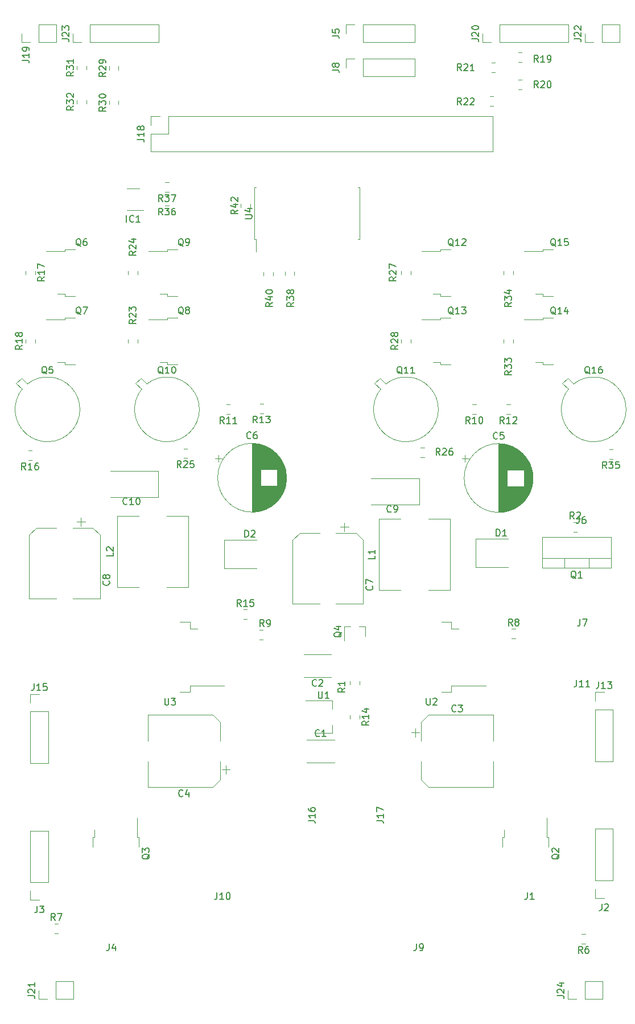
<source format=gbr>
G04 #@! TF.GenerationSoftware,KiCad,Pcbnew,(5.1.5)-3*
G04 #@! TF.CreationDate,2020-03-15T20:30:40+01:00*
G04 #@! TF.ProjectId,TFG_PCB,5446475f-5043-4422-9e6b-696361645f70,rev?*
G04 #@! TF.SameCoordinates,Original*
G04 #@! TF.FileFunction,Legend,Top*
G04 #@! TF.FilePolarity,Positive*
%FSLAX46Y46*%
G04 Gerber Fmt 4.6, Leading zero omitted, Abs format (unit mm)*
G04 Created by KiCad (PCBNEW (5.1.5)-3) date 2020-03-15 20:30:40*
%MOMM*%
%LPD*%
G04 APERTURE LIST*
%ADD10C,0.120000*%
%ADD11C,0.150000*%
G04 APERTURE END LIST*
D10*
X56006373Y-45459138D02*
X56006373Y-42859138D01*
X56006373Y-45459138D02*
X106926373Y-45459138D01*
X106926373Y-45459138D02*
X106926373Y-40259138D01*
X58606373Y-40259138D02*
X106926373Y-40259138D01*
X58606373Y-42859138D02*
X58606373Y-40259138D01*
X56006373Y-42859138D02*
X58606373Y-42859138D01*
X56006373Y-40259138D02*
X57336373Y-40259138D01*
X56006373Y-41589138D02*
X56006373Y-40259138D01*
X100630000Y-70210000D02*
X99130000Y-70210000D01*
X99130000Y-70210000D02*
X99130000Y-70480000D01*
X99130000Y-70480000D02*
X96300000Y-70480000D01*
X100630000Y-77110000D02*
X99130000Y-77110000D01*
X99130000Y-77110000D02*
X99130000Y-76840000D01*
X99130000Y-76840000D02*
X98030000Y-76840000D01*
X99130000Y-66680000D02*
X98030000Y-66680000D01*
X99130000Y-66950000D02*
X99130000Y-66680000D01*
X100630000Y-66950000D02*
X99130000Y-66950000D01*
X99130000Y-60320000D02*
X96300000Y-60320000D01*
X99130000Y-60050000D02*
X99130000Y-60320000D01*
X100630000Y-60050000D02*
X99130000Y-60050000D01*
X115870000Y-60050000D02*
X114370000Y-60050000D01*
X114370000Y-60050000D02*
X114370000Y-60320000D01*
X114370000Y-60320000D02*
X111540000Y-60320000D01*
X115870000Y-66950000D02*
X114370000Y-66950000D01*
X114370000Y-66950000D02*
X114370000Y-66680000D01*
X114370000Y-66680000D02*
X113270000Y-66680000D01*
X114370000Y-76840000D02*
X113270000Y-76840000D01*
X114370000Y-77110000D02*
X114370000Y-76840000D01*
X115870000Y-77110000D02*
X114370000Y-77110000D01*
X114370000Y-70480000D02*
X111540000Y-70480000D01*
X114370000Y-70210000D02*
X114370000Y-70480000D01*
X115870000Y-70210000D02*
X114370000Y-70210000D01*
X87070038Y-54684285D02*
X87070038Y-50824285D01*
X87070038Y-50824285D02*
X86805038Y-50824285D01*
X87070038Y-54684285D02*
X87070038Y-58544285D01*
X87070038Y-58544285D02*
X86805038Y-58544285D01*
X71450038Y-54684285D02*
X71450038Y-50824285D01*
X71450038Y-50824285D02*
X71715038Y-50824285D01*
X71450038Y-54684285D02*
X71450038Y-58544285D01*
X71450038Y-58544285D02*
X71715038Y-58544285D01*
X71715038Y-58544285D02*
X71715038Y-60359285D01*
X85437684Y-101309817D02*
X84187684Y-101309817D01*
X84812684Y-100684817D02*
X84812684Y-101934817D01*
X78157121Y-102174817D02*
X77092684Y-103239254D01*
X86548247Y-102174817D02*
X87612684Y-103239254D01*
X86548247Y-102174817D02*
X83562684Y-102174817D01*
X78157121Y-102174817D02*
X81142684Y-102174817D01*
X77092684Y-103239254D02*
X77092684Y-112694817D01*
X87612684Y-103239254D02*
X87612684Y-112694817D01*
X87612684Y-112694817D02*
X83562684Y-112694817D01*
X77092684Y-112694817D02*
X81142684Y-112694817D01*
X46265000Y-100555000D02*
X45015000Y-100555000D01*
X45640000Y-99930000D02*
X45640000Y-101180000D01*
X38984437Y-101420000D02*
X37920000Y-102484437D01*
X47375563Y-101420000D02*
X48440000Y-102484437D01*
X47375563Y-101420000D02*
X44390000Y-101420000D01*
X38984437Y-101420000D02*
X41970000Y-101420000D01*
X37920000Y-102484437D02*
X37920000Y-111940000D01*
X48440000Y-102484437D02*
X48440000Y-111940000D01*
X48440000Y-111940000D02*
X44390000Y-111940000D01*
X37920000Y-111940000D02*
X41970000Y-111940000D01*
X118050000Y-171510000D02*
X118050000Y-170180000D01*
X119380000Y-171510000D02*
X118050000Y-171510000D01*
X120650000Y-171510000D02*
X120650000Y-168850000D01*
X120650000Y-168850000D02*
X123250000Y-168850000D01*
X120650000Y-171510000D02*
X123250000Y-171510000D01*
X123250000Y-171510000D02*
X123250000Y-168850000D01*
X120590000Y-29270000D02*
X120590000Y-27940000D01*
X121920000Y-29270000D02*
X120590000Y-29270000D01*
X123190000Y-29270000D02*
X123190000Y-26610000D01*
X123190000Y-26610000D02*
X125790000Y-26610000D01*
X123190000Y-29270000D02*
X125790000Y-29270000D01*
X125790000Y-29270000D02*
X125790000Y-26610000D01*
X39310000Y-171510000D02*
X39310000Y-170180000D01*
X40640000Y-171510000D02*
X39310000Y-171510000D01*
X41910000Y-171510000D02*
X41910000Y-168850000D01*
X41910000Y-168850000D02*
X44510000Y-168850000D01*
X41910000Y-171510000D02*
X44510000Y-171510000D01*
X44510000Y-171510000D02*
X44510000Y-168850000D01*
X36770000Y-29270000D02*
X36770000Y-27940000D01*
X38100000Y-29270000D02*
X36770000Y-29270000D01*
X39370000Y-29270000D02*
X39370000Y-26610000D01*
X39370000Y-26610000D02*
X41970000Y-26610000D01*
X39370000Y-29270000D02*
X41970000Y-29270000D01*
X41970000Y-29270000D02*
X41970000Y-26610000D01*
X122130140Y-125852853D02*
X123460140Y-125852853D01*
X122130140Y-127182853D02*
X122130140Y-125852853D01*
X122130140Y-128452853D02*
X124790140Y-128452853D01*
X124790140Y-128452853D02*
X124790140Y-136132853D01*
X122130140Y-128452853D02*
X122130140Y-136132853D01*
X122130140Y-136132853D02*
X124790140Y-136132853D01*
X71762295Y-103221790D02*
X66952295Y-103221790D01*
X66952295Y-107471790D02*
X71762295Y-107471790D01*
X66952295Y-107471790D02*
X66952295Y-103221790D01*
X104351657Y-107323343D02*
X104351657Y-103073343D01*
X104351657Y-107323343D02*
X109161657Y-107323343D01*
X109161657Y-103073343D02*
X104351657Y-103073343D01*
X79227936Y-132910000D02*
X83332064Y-132910000D01*
X79227936Y-136330000D02*
X83332064Y-136330000D01*
X82884564Y-120210000D02*
X78780436Y-120210000D01*
X82884564Y-123630000D02*
X78780436Y-123630000D01*
X106960000Y-139980000D02*
X106960000Y-136130000D01*
X106960000Y-129260000D02*
X106960000Y-133110000D01*
X97304437Y-129260000D02*
X106960000Y-129260000D01*
X97304437Y-139980000D02*
X106960000Y-139980000D01*
X96240000Y-138915563D02*
X96240000Y-136130000D01*
X96240000Y-130324437D02*
X96240000Y-133110000D01*
X96240000Y-130324437D02*
X97304437Y-129260000D01*
X96240000Y-138915563D02*
X97304437Y-139980000D01*
X94750000Y-131860000D02*
X96000000Y-131860000D01*
X95375000Y-131235000D02*
X95375000Y-132485000D01*
X67185000Y-138005000D02*
X67185000Y-136755000D01*
X67810000Y-137380000D02*
X66560000Y-137380000D01*
X66320000Y-130324437D02*
X65255563Y-129260000D01*
X66320000Y-138915563D02*
X65255563Y-139980000D01*
X66320000Y-138915563D02*
X66320000Y-136130000D01*
X66320000Y-130324437D02*
X66320000Y-133110000D01*
X65255563Y-129260000D02*
X55600000Y-129260000D01*
X65255563Y-139980000D02*
X55600000Y-139980000D01*
X55600000Y-139980000D02*
X55600000Y-136130000D01*
X55600000Y-129260000D02*
X55600000Y-133110000D01*
X112882940Y-94022763D02*
G75*
G03X112882940Y-94022763I-5120000J0D01*
G01*
X107762940Y-88942763D02*
X107762940Y-99102763D01*
X107802940Y-88942763D02*
X107802940Y-99102763D01*
X107842940Y-88942763D02*
X107842940Y-99102763D01*
X107882940Y-88943763D02*
X107882940Y-99101763D01*
X107922940Y-88944763D02*
X107922940Y-99100763D01*
X107962940Y-88945763D02*
X107962940Y-99099763D01*
X108002940Y-88947763D02*
X108002940Y-99097763D01*
X108042940Y-88949763D02*
X108042940Y-99095763D01*
X108082940Y-88952763D02*
X108082940Y-99092763D01*
X108122940Y-88954763D02*
X108122940Y-99090763D01*
X108162940Y-88957763D02*
X108162940Y-99087763D01*
X108202940Y-88960763D02*
X108202940Y-99084763D01*
X108242940Y-88964763D02*
X108242940Y-99080763D01*
X108282940Y-88968763D02*
X108282940Y-99076763D01*
X108322940Y-88972763D02*
X108322940Y-99072763D01*
X108362940Y-88977763D02*
X108362940Y-99067763D01*
X108402940Y-88982763D02*
X108402940Y-99062763D01*
X108442940Y-88987763D02*
X108442940Y-99057763D01*
X108483940Y-88992763D02*
X108483940Y-99052763D01*
X108523940Y-88998763D02*
X108523940Y-99046763D01*
X108563940Y-89004763D02*
X108563940Y-99040763D01*
X108603940Y-89011763D02*
X108603940Y-99033763D01*
X108643940Y-89018763D02*
X108643940Y-99026763D01*
X108683940Y-89025763D02*
X108683940Y-99019763D01*
X108723940Y-89032763D02*
X108723940Y-99012763D01*
X108763940Y-89040763D02*
X108763940Y-99004763D01*
X108803940Y-89048763D02*
X108803940Y-98996763D01*
X108843940Y-89057763D02*
X108843940Y-98987763D01*
X108883940Y-89066763D02*
X108883940Y-98978763D01*
X108923940Y-89075763D02*
X108923940Y-98969763D01*
X108963940Y-89084763D02*
X108963940Y-98960763D01*
X109003940Y-89094763D02*
X109003940Y-98950763D01*
X109043940Y-89104763D02*
X109043940Y-92781763D01*
X109043940Y-95263763D02*
X109043940Y-98940763D01*
X109083940Y-89115763D02*
X109083940Y-92781763D01*
X109083940Y-95263763D02*
X109083940Y-98929763D01*
X109123940Y-89125763D02*
X109123940Y-92781763D01*
X109123940Y-95263763D02*
X109123940Y-98919763D01*
X109163940Y-89137763D02*
X109163940Y-92781763D01*
X109163940Y-95263763D02*
X109163940Y-98907763D01*
X109203940Y-89148763D02*
X109203940Y-92781763D01*
X109203940Y-95263763D02*
X109203940Y-98896763D01*
X109243940Y-89160763D02*
X109243940Y-92781763D01*
X109243940Y-95263763D02*
X109243940Y-98884763D01*
X109283940Y-89172763D02*
X109283940Y-92781763D01*
X109283940Y-95263763D02*
X109283940Y-98872763D01*
X109323940Y-89185763D02*
X109323940Y-92781763D01*
X109323940Y-95263763D02*
X109323940Y-98859763D01*
X109363940Y-89198763D02*
X109363940Y-92781763D01*
X109363940Y-95263763D02*
X109363940Y-98846763D01*
X109403940Y-89211763D02*
X109403940Y-92781763D01*
X109403940Y-95263763D02*
X109403940Y-98833763D01*
X109443940Y-89225763D02*
X109443940Y-92781763D01*
X109443940Y-95263763D02*
X109443940Y-98819763D01*
X109483940Y-89239763D02*
X109483940Y-92781763D01*
X109483940Y-95263763D02*
X109483940Y-98805763D01*
X109523940Y-89254763D02*
X109523940Y-92781763D01*
X109523940Y-95263763D02*
X109523940Y-98790763D01*
X109563940Y-89268763D02*
X109563940Y-92781763D01*
X109563940Y-95263763D02*
X109563940Y-98776763D01*
X109603940Y-89284763D02*
X109603940Y-92781763D01*
X109603940Y-95263763D02*
X109603940Y-98760763D01*
X109643940Y-89299763D02*
X109643940Y-92781763D01*
X109643940Y-95263763D02*
X109643940Y-98745763D01*
X109683940Y-89315763D02*
X109683940Y-92781763D01*
X109683940Y-95263763D02*
X109683940Y-98729763D01*
X109723940Y-89332763D02*
X109723940Y-92781763D01*
X109723940Y-95263763D02*
X109723940Y-98712763D01*
X109763940Y-89348763D02*
X109763940Y-92781763D01*
X109763940Y-95263763D02*
X109763940Y-98696763D01*
X109803940Y-89365763D02*
X109803940Y-92781763D01*
X109803940Y-95263763D02*
X109803940Y-98679763D01*
X109843940Y-89383763D02*
X109843940Y-92781763D01*
X109843940Y-95263763D02*
X109843940Y-98661763D01*
X109883940Y-89401763D02*
X109883940Y-92781763D01*
X109883940Y-95263763D02*
X109883940Y-98643763D01*
X109923940Y-89419763D02*
X109923940Y-92781763D01*
X109923940Y-95263763D02*
X109923940Y-98625763D01*
X109963940Y-89438763D02*
X109963940Y-92781763D01*
X109963940Y-95263763D02*
X109963940Y-98606763D01*
X110003940Y-89458763D02*
X110003940Y-92781763D01*
X110003940Y-95263763D02*
X110003940Y-98586763D01*
X110043940Y-89477763D02*
X110043940Y-92781763D01*
X110043940Y-95263763D02*
X110043940Y-98567763D01*
X110083940Y-89497763D02*
X110083940Y-92781763D01*
X110083940Y-95263763D02*
X110083940Y-98547763D01*
X110123940Y-89518763D02*
X110123940Y-92781763D01*
X110123940Y-95263763D02*
X110123940Y-98526763D01*
X110163940Y-89539763D02*
X110163940Y-92781763D01*
X110163940Y-95263763D02*
X110163940Y-98505763D01*
X110203940Y-89560763D02*
X110203940Y-92781763D01*
X110203940Y-95263763D02*
X110203940Y-98484763D01*
X110243940Y-89582763D02*
X110243940Y-92781763D01*
X110243940Y-95263763D02*
X110243940Y-98462763D01*
X110283940Y-89605763D02*
X110283940Y-92781763D01*
X110283940Y-95263763D02*
X110283940Y-98439763D01*
X110323940Y-89627763D02*
X110323940Y-92781763D01*
X110323940Y-95263763D02*
X110323940Y-98417763D01*
X110363940Y-89651763D02*
X110363940Y-92781763D01*
X110363940Y-95263763D02*
X110363940Y-98393763D01*
X110403940Y-89675763D02*
X110403940Y-92781763D01*
X110403940Y-95263763D02*
X110403940Y-98369763D01*
X110443940Y-89699763D02*
X110443940Y-92781763D01*
X110443940Y-95263763D02*
X110443940Y-98345763D01*
X110483940Y-89724763D02*
X110483940Y-92781763D01*
X110483940Y-95263763D02*
X110483940Y-98320763D01*
X110523940Y-89749763D02*
X110523940Y-92781763D01*
X110523940Y-95263763D02*
X110523940Y-98295763D01*
X110563940Y-89775763D02*
X110563940Y-92781763D01*
X110563940Y-95263763D02*
X110563940Y-98269763D01*
X110603940Y-89801763D02*
X110603940Y-92781763D01*
X110603940Y-95263763D02*
X110603940Y-98243763D01*
X110643940Y-89828763D02*
X110643940Y-92781763D01*
X110643940Y-95263763D02*
X110643940Y-98216763D01*
X110683940Y-89856763D02*
X110683940Y-92781763D01*
X110683940Y-95263763D02*
X110683940Y-98188763D01*
X110723940Y-89884763D02*
X110723940Y-92781763D01*
X110723940Y-95263763D02*
X110723940Y-98160763D01*
X110763940Y-89912763D02*
X110763940Y-92781763D01*
X110763940Y-95263763D02*
X110763940Y-98132763D01*
X110803940Y-89942763D02*
X110803940Y-92781763D01*
X110803940Y-95263763D02*
X110803940Y-98102763D01*
X110843940Y-89972763D02*
X110843940Y-92781763D01*
X110843940Y-95263763D02*
X110843940Y-98072763D01*
X110883940Y-90002763D02*
X110883940Y-92781763D01*
X110883940Y-95263763D02*
X110883940Y-98042763D01*
X110923940Y-90033763D02*
X110923940Y-92781763D01*
X110923940Y-95263763D02*
X110923940Y-98011763D01*
X110963940Y-90065763D02*
X110963940Y-92781763D01*
X110963940Y-95263763D02*
X110963940Y-97979763D01*
X111003940Y-90097763D02*
X111003940Y-92781763D01*
X111003940Y-95263763D02*
X111003940Y-97947763D01*
X111043940Y-90130763D02*
X111043940Y-92781763D01*
X111043940Y-95263763D02*
X111043940Y-97914763D01*
X111083940Y-90164763D02*
X111083940Y-92781763D01*
X111083940Y-95263763D02*
X111083940Y-97880763D01*
X111123940Y-90198763D02*
X111123940Y-92781763D01*
X111123940Y-95263763D02*
X111123940Y-97846763D01*
X111163940Y-90233763D02*
X111163940Y-92781763D01*
X111163940Y-95263763D02*
X111163940Y-97811763D01*
X111203940Y-90269763D02*
X111203940Y-92781763D01*
X111203940Y-95263763D02*
X111203940Y-97775763D01*
X111243940Y-90306763D02*
X111243940Y-92781763D01*
X111243940Y-95263763D02*
X111243940Y-97738763D01*
X111283940Y-90343763D02*
X111283940Y-92781763D01*
X111283940Y-95263763D02*
X111283940Y-97701763D01*
X111323940Y-90382763D02*
X111323940Y-92781763D01*
X111323940Y-95263763D02*
X111323940Y-97662763D01*
X111363940Y-90421763D02*
X111363940Y-92781763D01*
X111363940Y-95263763D02*
X111363940Y-97623763D01*
X111403940Y-90461763D02*
X111403940Y-92781763D01*
X111403940Y-95263763D02*
X111403940Y-97583763D01*
X111443940Y-90502763D02*
X111443940Y-92781763D01*
X111443940Y-95263763D02*
X111443940Y-97542763D01*
X111483940Y-90544763D02*
X111483940Y-92781763D01*
X111483940Y-95263763D02*
X111483940Y-97500763D01*
X111523940Y-90586763D02*
X111523940Y-97458763D01*
X111563940Y-90630763D02*
X111563940Y-97414763D01*
X111603940Y-90675763D02*
X111603940Y-97369763D01*
X111643940Y-90721763D02*
X111643940Y-97323763D01*
X111683940Y-90768763D02*
X111683940Y-97276763D01*
X111723940Y-90816763D02*
X111723940Y-97228763D01*
X111763940Y-90866763D02*
X111763940Y-97178763D01*
X111803940Y-90916763D02*
X111803940Y-97128763D01*
X111843940Y-90968763D02*
X111843940Y-97076763D01*
X111883940Y-91022763D02*
X111883940Y-97022763D01*
X111923940Y-91077763D02*
X111923940Y-96967763D01*
X111963940Y-91133763D02*
X111963940Y-96911763D01*
X112003940Y-91192763D02*
X112003940Y-96852763D01*
X112043940Y-91252763D02*
X112043940Y-96792763D01*
X112083940Y-91313763D02*
X112083940Y-96731763D01*
X112123940Y-91377763D02*
X112123940Y-96667763D01*
X112163940Y-91443763D02*
X112163940Y-96601763D01*
X112203940Y-91512763D02*
X112203940Y-96532763D01*
X112243940Y-91583763D02*
X112243940Y-96461763D01*
X112283940Y-91657763D02*
X112283940Y-96387763D01*
X112323940Y-91733763D02*
X112323940Y-96311763D01*
X112363940Y-91813763D02*
X112363940Y-96231763D01*
X112403940Y-91897763D02*
X112403940Y-96147763D01*
X112443940Y-91985763D02*
X112443940Y-96059763D01*
X112483940Y-92078763D02*
X112483940Y-95966763D01*
X112523940Y-92176763D02*
X112523940Y-95868763D01*
X112563940Y-92280763D02*
X112563940Y-95764763D01*
X112603940Y-92392763D02*
X112603940Y-95652763D01*
X112643940Y-92512763D02*
X112643940Y-95532763D01*
X112683940Y-92644763D02*
X112683940Y-95400763D01*
X112723940Y-92792763D02*
X112723940Y-95252763D01*
X112763940Y-92960763D02*
X112763940Y-95084763D01*
X112803940Y-93160763D02*
X112803940Y-94884763D01*
X112843940Y-93423763D02*
X112843940Y-94621763D01*
X102283294Y-91147763D02*
X103283294Y-91147763D01*
X102783294Y-90647763D02*
X102783294Y-91647763D01*
X76200000Y-93980000D02*
G75*
G03X76200000Y-93980000I-5120000J0D01*
G01*
X71080000Y-88900000D02*
X71080000Y-99060000D01*
X71120000Y-88900000D02*
X71120000Y-99060000D01*
X71160000Y-88900000D02*
X71160000Y-99060000D01*
X71200000Y-88901000D02*
X71200000Y-99059000D01*
X71240000Y-88902000D02*
X71240000Y-99058000D01*
X71280000Y-88903000D02*
X71280000Y-99057000D01*
X71320000Y-88905000D02*
X71320000Y-99055000D01*
X71360000Y-88907000D02*
X71360000Y-99053000D01*
X71400000Y-88910000D02*
X71400000Y-99050000D01*
X71440000Y-88912000D02*
X71440000Y-99048000D01*
X71480000Y-88915000D02*
X71480000Y-99045000D01*
X71520000Y-88918000D02*
X71520000Y-99042000D01*
X71560000Y-88922000D02*
X71560000Y-99038000D01*
X71600000Y-88926000D02*
X71600000Y-99034000D01*
X71640000Y-88930000D02*
X71640000Y-99030000D01*
X71680000Y-88935000D02*
X71680000Y-99025000D01*
X71720000Y-88940000D02*
X71720000Y-99020000D01*
X71760000Y-88945000D02*
X71760000Y-99015000D01*
X71801000Y-88950000D02*
X71801000Y-99010000D01*
X71841000Y-88956000D02*
X71841000Y-99004000D01*
X71881000Y-88962000D02*
X71881000Y-98998000D01*
X71921000Y-88969000D02*
X71921000Y-98991000D01*
X71961000Y-88976000D02*
X71961000Y-98984000D01*
X72001000Y-88983000D02*
X72001000Y-98977000D01*
X72041000Y-88990000D02*
X72041000Y-98970000D01*
X72081000Y-88998000D02*
X72081000Y-98962000D01*
X72121000Y-89006000D02*
X72121000Y-98954000D01*
X72161000Y-89015000D02*
X72161000Y-98945000D01*
X72201000Y-89024000D02*
X72201000Y-98936000D01*
X72241000Y-89033000D02*
X72241000Y-98927000D01*
X72281000Y-89042000D02*
X72281000Y-98918000D01*
X72321000Y-89052000D02*
X72321000Y-98908000D01*
X72361000Y-89062000D02*
X72361000Y-92739000D01*
X72361000Y-95221000D02*
X72361000Y-98898000D01*
X72401000Y-89073000D02*
X72401000Y-92739000D01*
X72401000Y-95221000D02*
X72401000Y-98887000D01*
X72441000Y-89083000D02*
X72441000Y-92739000D01*
X72441000Y-95221000D02*
X72441000Y-98877000D01*
X72481000Y-89095000D02*
X72481000Y-92739000D01*
X72481000Y-95221000D02*
X72481000Y-98865000D01*
X72521000Y-89106000D02*
X72521000Y-92739000D01*
X72521000Y-95221000D02*
X72521000Y-98854000D01*
X72561000Y-89118000D02*
X72561000Y-92739000D01*
X72561000Y-95221000D02*
X72561000Y-98842000D01*
X72601000Y-89130000D02*
X72601000Y-92739000D01*
X72601000Y-95221000D02*
X72601000Y-98830000D01*
X72641000Y-89143000D02*
X72641000Y-92739000D01*
X72641000Y-95221000D02*
X72641000Y-98817000D01*
X72681000Y-89156000D02*
X72681000Y-92739000D01*
X72681000Y-95221000D02*
X72681000Y-98804000D01*
X72721000Y-89169000D02*
X72721000Y-92739000D01*
X72721000Y-95221000D02*
X72721000Y-98791000D01*
X72761000Y-89183000D02*
X72761000Y-92739000D01*
X72761000Y-95221000D02*
X72761000Y-98777000D01*
X72801000Y-89197000D02*
X72801000Y-92739000D01*
X72801000Y-95221000D02*
X72801000Y-98763000D01*
X72841000Y-89212000D02*
X72841000Y-92739000D01*
X72841000Y-95221000D02*
X72841000Y-98748000D01*
X72881000Y-89226000D02*
X72881000Y-92739000D01*
X72881000Y-95221000D02*
X72881000Y-98734000D01*
X72921000Y-89242000D02*
X72921000Y-92739000D01*
X72921000Y-95221000D02*
X72921000Y-98718000D01*
X72961000Y-89257000D02*
X72961000Y-92739000D01*
X72961000Y-95221000D02*
X72961000Y-98703000D01*
X73001000Y-89273000D02*
X73001000Y-92739000D01*
X73001000Y-95221000D02*
X73001000Y-98687000D01*
X73041000Y-89290000D02*
X73041000Y-92739000D01*
X73041000Y-95221000D02*
X73041000Y-98670000D01*
X73081000Y-89306000D02*
X73081000Y-92739000D01*
X73081000Y-95221000D02*
X73081000Y-98654000D01*
X73121000Y-89323000D02*
X73121000Y-92739000D01*
X73121000Y-95221000D02*
X73121000Y-98637000D01*
X73161000Y-89341000D02*
X73161000Y-92739000D01*
X73161000Y-95221000D02*
X73161000Y-98619000D01*
X73201000Y-89359000D02*
X73201000Y-92739000D01*
X73201000Y-95221000D02*
X73201000Y-98601000D01*
X73241000Y-89377000D02*
X73241000Y-92739000D01*
X73241000Y-95221000D02*
X73241000Y-98583000D01*
X73281000Y-89396000D02*
X73281000Y-92739000D01*
X73281000Y-95221000D02*
X73281000Y-98564000D01*
X73321000Y-89416000D02*
X73321000Y-92739000D01*
X73321000Y-95221000D02*
X73321000Y-98544000D01*
X73361000Y-89435000D02*
X73361000Y-92739000D01*
X73361000Y-95221000D02*
X73361000Y-98525000D01*
X73401000Y-89455000D02*
X73401000Y-92739000D01*
X73401000Y-95221000D02*
X73401000Y-98505000D01*
X73441000Y-89476000D02*
X73441000Y-92739000D01*
X73441000Y-95221000D02*
X73441000Y-98484000D01*
X73481000Y-89497000D02*
X73481000Y-92739000D01*
X73481000Y-95221000D02*
X73481000Y-98463000D01*
X73521000Y-89518000D02*
X73521000Y-92739000D01*
X73521000Y-95221000D02*
X73521000Y-98442000D01*
X73561000Y-89540000D02*
X73561000Y-92739000D01*
X73561000Y-95221000D02*
X73561000Y-98420000D01*
X73601000Y-89563000D02*
X73601000Y-92739000D01*
X73601000Y-95221000D02*
X73601000Y-98397000D01*
X73641000Y-89585000D02*
X73641000Y-92739000D01*
X73641000Y-95221000D02*
X73641000Y-98375000D01*
X73681000Y-89609000D02*
X73681000Y-92739000D01*
X73681000Y-95221000D02*
X73681000Y-98351000D01*
X73721000Y-89633000D02*
X73721000Y-92739000D01*
X73721000Y-95221000D02*
X73721000Y-98327000D01*
X73761000Y-89657000D02*
X73761000Y-92739000D01*
X73761000Y-95221000D02*
X73761000Y-98303000D01*
X73801000Y-89682000D02*
X73801000Y-92739000D01*
X73801000Y-95221000D02*
X73801000Y-98278000D01*
X73841000Y-89707000D02*
X73841000Y-92739000D01*
X73841000Y-95221000D02*
X73841000Y-98253000D01*
X73881000Y-89733000D02*
X73881000Y-92739000D01*
X73881000Y-95221000D02*
X73881000Y-98227000D01*
X73921000Y-89759000D02*
X73921000Y-92739000D01*
X73921000Y-95221000D02*
X73921000Y-98201000D01*
X73961000Y-89786000D02*
X73961000Y-92739000D01*
X73961000Y-95221000D02*
X73961000Y-98174000D01*
X74001000Y-89814000D02*
X74001000Y-92739000D01*
X74001000Y-95221000D02*
X74001000Y-98146000D01*
X74041000Y-89842000D02*
X74041000Y-92739000D01*
X74041000Y-95221000D02*
X74041000Y-98118000D01*
X74081000Y-89870000D02*
X74081000Y-92739000D01*
X74081000Y-95221000D02*
X74081000Y-98090000D01*
X74121000Y-89900000D02*
X74121000Y-92739000D01*
X74121000Y-95221000D02*
X74121000Y-98060000D01*
X74161000Y-89930000D02*
X74161000Y-92739000D01*
X74161000Y-95221000D02*
X74161000Y-98030000D01*
X74201000Y-89960000D02*
X74201000Y-92739000D01*
X74201000Y-95221000D02*
X74201000Y-98000000D01*
X74241000Y-89991000D02*
X74241000Y-92739000D01*
X74241000Y-95221000D02*
X74241000Y-97969000D01*
X74281000Y-90023000D02*
X74281000Y-92739000D01*
X74281000Y-95221000D02*
X74281000Y-97937000D01*
X74321000Y-90055000D02*
X74321000Y-92739000D01*
X74321000Y-95221000D02*
X74321000Y-97905000D01*
X74361000Y-90088000D02*
X74361000Y-92739000D01*
X74361000Y-95221000D02*
X74361000Y-97872000D01*
X74401000Y-90122000D02*
X74401000Y-92739000D01*
X74401000Y-95221000D02*
X74401000Y-97838000D01*
X74441000Y-90156000D02*
X74441000Y-92739000D01*
X74441000Y-95221000D02*
X74441000Y-97804000D01*
X74481000Y-90191000D02*
X74481000Y-92739000D01*
X74481000Y-95221000D02*
X74481000Y-97769000D01*
X74521000Y-90227000D02*
X74521000Y-92739000D01*
X74521000Y-95221000D02*
X74521000Y-97733000D01*
X74561000Y-90264000D02*
X74561000Y-92739000D01*
X74561000Y-95221000D02*
X74561000Y-97696000D01*
X74601000Y-90301000D02*
X74601000Y-92739000D01*
X74601000Y-95221000D02*
X74601000Y-97659000D01*
X74641000Y-90340000D02*
X74641000Y-92739000D01*
X74641000Y-95221000D02*
X74641000Y-97620000D01*
X74681000Y-90379000D02*
X74681000Y-92739000D01*
X74681000Y-95221000D02*
X74681000Y-97581000D01*
X74721000Y-90419000D02*
X74721000Y-92739000D01*
X74721000Y-95221000D02*
X74721000Y-97541000D01*
X74761000Y-90460000D02*
X74761000Y-92739000D01*
X74761000Y-95221000D02*
X74761000Y-97500000D01*
X74801000Y-90502000D02*
X74801000Y-92739000D01*
X74801000Y-95221000D02*
X74801000Y-97458000D01*
X74841000Y-90544000D02*
X74841000Y-97416000D01*
X74881000Y-90588000D02*
X74881000Y-97372000D01*
X74921000Y-90633000D02*
X74921000Y-97327000D01*
X74961000Y-90679000D02*
X74961000Y-97281000D01*
X75001000Y-90726000D02*
X75001000Y-97234000D01*
X75041000Y-90774000D02*
X75041000Y-97186000D01*
X75081000Y-90824000D02*
X75081000Y-97136000D01*
X75121000Y-90874000D02*
X75121000Y-97086000D01*
X75161000Y-90926000D02*
X75161000Y-97034000D01*
X75201000Y-90980000D02*
X75201000Y-96980000D01*
X75241000Y-91035000D02*
X75241000Y-96925000D01*
X75281000Y-91091000D02*
X75281000Y-96869000D01*
X75321000Y-91150000D02*
X75321000Y-96810000D01*
X75361000Y-91210000D02*
X75361000Y-96750000D01*
X75401000Y-91271000D02*
X75401000Y-96689000D01*
X75441000Y-91335000D02*
X75441000Y-96625000D01*
X75481000Y-91401000D02*
X75481000Y-96559000D01*
X75521000Y-91470000D02*
X75521000Y-96490000D01*
X75561000Y-91541000D02*
X75561000Y-96419000D01*
X75601000Y-91615000D02*
X75601000Y-96345000D01*
X75641000Y-91691000D02*
X75641000Y-96269000D01*
X75681000Y-91771000D02*
X75681000Y-96189000D01*
X75721000Y-91855000D02*
X75721000Y-96105000D01*
X75761000Y-91943000D02*
X75761000Y-96017000D01*
X75801000Y-92036000D02*
X75801000Y-95924000D01*
X75841000Y-92134000D02*
X75841000Y-95826000D01*
X75881000Y-92238000D02*
X75881000Y-95722000D01*
X75921000Y-92350000D02*
X75921000Y-95610000D01*
X75961000Y-92470000D02*
X75961000Y-95490000D01*
X76001000Y-92602000D02*
X76001000Y-95358000D01*
X76041000Y-92750000D02*
X76041000Y-95210000D01*
X76081000Y-92918000D02*
X76081000Y-95042000D01*
X76121000Y-93118000D02*
X76121000Y-94842000D01*
X76161000Y-93381000D02*
X76161000Y-94579000D01*
X65600354Y-91105000D02*
X66600354Y-91105000D01*
X66100354Y-90605000D02*
X66100354Y-91605000D01*
X88798869Y-97961787D02*
X95958869Y-97961787D01*
X95958869Y-97961787D02*
X95958869Y-94091787D01*
X95958869Y-94091787D02*
X88798869Y-94091787D01*
X57148234Y-92973122D02*
X49988234Y-92973122D01*
X57148234Y-96843122D02*
X57148234Y-92973122D01*
X49988234Y-96843122D02*
X57148234Y-96843122D01*
X54285825Y-51004949D02*
X52485825Y-51004949D01*
X52485825Y-54224949D02*
X54935825Y-54224949D01*
X123460140Y-156452853D02*
X122130140Y-156452853D01*
X122130140Y-156452853D02*
X122130140Y-155122853D01*
X122130140Y-153852853D02*
X122130140Y-146172853D01*
X124790140Y-146172853D02*
X122130140Y-146172853D01*
X124790140Y-153852853D02*
X124790140Y-146172853D01*
X124790140Y-153852853D02*
X122130140Y-153852853D01*
X40759345Y-154136262D02*
X38099345Y-154136262D01*
X40759345Y-154136262D02*
X40759345Y-146456262D01*
X40759345Y-146456262D02*
X38099345Y-146456262D01*
X38099345Y-154136262D02*
X38099345Y-146456262D01*
X38099345Y-156736262D02*
X38099345Y-155406262D01*
X39429345Y-156736262D02*
X38099345Y-156736262D01*
X85030000Y-27940000D02*
X85030000Y-26610000D01*
X85030000Y-26610000D02*
X86360000Y-26610000D01*
X87630000Y-26610000D02*
X95310000Y-26610000D01*
X95310000Y-29270000D02*
X95310000Y-26610000D01*
X87630000Y-29270000D02*
X95310000Y-29270000D01*
X87630000Y-29270000D02*
X87630000Y-26610000D01*
X87630000Y-34350000D02*
X87630000Y-31690000D01*
X87630000Y-34350000D02*
X95310000Y-34350000D01*
X95310000Y-34350000D02*
X95310000Y-31690000D01*
X87630000Y-31690000D02*
X95310000Y-31690000D01*
X85030000Y-31690000D02*
X86360000Y-31690000D01*
X85030000Y-33020000D02*
X85030000Y-31690000D01*
X38099345Y-136416262D02*
X40759345Y-136416262D01*
X38099345Y-128736262D02*
X38099345Y-136416262D01*
X40759345Y-128736262D02*
X40759345Y-136416262D01*
X38099345Y-128736262D02*
X40759345Y-128736262D01*
X38099345Y-127466262D02*
X38099345Y-126136262D01*
X38099345Y-126136262D02*
X39429345Y-126136262D01*
X105350000Y-29270000D02*
X105350000Y-27940000D01*
X106680000Y-29270000D02*
X105350000Y-29270000D01*
X107950000Y-29270000D02*
X107950000Y-26610000D01*
X107950000Y-26610000D02*
X118170000Y-26610000D01*
X107950000Y-29270000D02*
X118170000Y-29270000D01*
X118170000Y-29270000D02*
X118170000Y-26610000D01*
X57210000Y-29270000D02*
X57210000Y-26610000D01*
X46990000Y-29270000D02*
X57210000Y-29270000D01*
X46990000Y-26610000D02*
X57210000Y-26610000D01*
X46990000Y-29270000D02*
X46990000Y-26610000D01*
X45720000Y-29270000D02*
X44390000Y-29270000D01*
X44390000Y-29270000D02*
X44390000Y-27940000D01*
X97350000Y-100110000D02*
X100550000Y-100110000D01*
X100550000Y-100110000D02*
X100550000Y-110710000D01*
X100550000Y-110710000D02*
X97350000Y-110710000D01*
X93150000Y-110710000D02*
X89950000Y-110710000D01*
X89950000Y-110710000D02*
X89950000Y-100110000D01*
X89950000Y-100110000D02*
X93150000Y-100110000D01*
X51024063Y-99657826D02*
X54224063Y-99657826D01*
X51024063Y-110257826D02*
X51024063Y-99657826D01*
X54224063Y-110257826D02*
X51024063Y-110257826D01*
X61624063Y-110257826D02*
X58424063Y-110257826D01*
X61624063Y-99657826D02*
X61624063Y-110257826D01*
X58424063Y-99657826D02*
X61624063Y-99657826D01*
X124500000Y-107410000D02*
X114260000Y-107410000D01*
X124500000Y-102769000D02*
X114260000Y-102769000D01*
X124500000Y-107410000D02*
X124500000Y-102769000D01*
X114260000Y-107410000D02*
X114260000Y-102769000D01*
X124500000Y-105900000D02*
X114260000Y-105900000D01*
X121230000Y-107410000D02*
X121230000Y-105900000D01*
X117529000Y-107410000D02*
X117529000Y-105900000D01*
X115210000Y-148890000D02*
X115210000Y-147390000D01*
X115210000Y-147390000D02*
X114940000Y-147390000D01*
X114940000Y-147390000D02*
X114940000Y-144560000D01*
X108310000Y-148890000D02*
X108310000Y-147390000D01*
X108310000Y-147390000D02*
X108580000Y-147390000D01*
X108580000Y-147390000D02*
X108580000Y-146290000D01*
X47620000Y-147390000D02*
X47620000Y-146290000D01*
X47350000Y-147390000D02*
X47620000Y-147390000D01*
X47350000Y-148890000D02*
X47350000Y-147390000D01*
X53980000Y-147390000D02*
X53980000Y-144560000D01*
X54250000Y-147390000D02*
X53980000Y-147390000D01*
X54250000Y-148890000D02*
X54250000Y-147390000D01*
X87940000Y-116080000D02*
X87010000Y-116080000D01*
X84780000Y-116080000D02*
X85710000Y-116080000D01*
X84780000Y-116080000D02*
X84780000Y-118240000D01*
X87940000Y-116080000D02*
X87940000Y-117540000D01*
X36865326Y-80822629D02*
G75*
G03X37642916Y-80045098I3774674J-2997371D01*
G01*
X35974144Y-79931961D02*
X36865098Y-80822916D01*
X36751961Y-79154144D02*
X35974144Y-79931961D01*
X37642916Y-80045098D02*
X36751961Y-79154144D01*
X44750000Y-60050000D02*
X43250000Y-60050000D01*
X43250000Y-60050000D02*
X43250000Y-60320000D01*
X43250000Y-60320000D02*
X40420000Y-60320000D01*
X44750000Y-66950000D02*
X43250000Y-66950000D01*
X43250000Y-66950000D02*
X43250000Y-66680000D01*
X43250000Y-66680000D02*
X42150000Y-66680000D01*
X43250000Y-76840000D02*
X42150000Y-76840000D01*
X43250000Y-77110000D02*
X43250000Y-76840000D01*
X44750000Y-77110000D02*
X43250000Y-77110000D01*
X43250000Y-70480000D02*
X40420000Y-70480000D01*
X43250000Y-70210000D02*
X43250000Y-70480000D01*
X44750000Y-70210000D02*
X43250000Y-70210000D01*
X59990000Y-70210000D02*
X58490000Y-70210000D01*
X58490000Y-70210000D02*
X58490000Y-70480000D01*
X58490000Y-70480000D02*
X55660000Y-70480000D01*
X59990000Y-77110000D02*
X58490000Y-77110000D01*
X58490000Y-77110000D02*
X58490000Y-76840000D01*
X58490000Y-76840000D02*
X57390000Y-76840000D01*
X58490000Y-66680000D02*
X57390000Y-66680000D01*
X58490000Y-66950000D02*
X58490000Y-66680000D01*
X59990000Y-66950000D02*
X58490000Y-66950000D01*
X58490000Y-60320000D02*
X55660000Y-60320000D01*
X58490000Y-60050000D02*
X58490000Y-60320000D01*
X59990000Y-60050000D02*
X58490000Y-60050000D01*
X55422916Y-80045098D02*
X54531961Y-79154144D01*
X54531961Y-79154144D02*
X53754144Y-79931961D01*
X53754144Y-79931961D02*
X54645098Y-80822916D01*
X54645326Y-80822629D02*
G75*
G03X55422916Y-80045098I3774674J-2997371D01*
G01*
X90982916Y-80045098D02*
X90091961Y-79154144D01*
X90091961Y-79154144D02*
X89314144Y-79931961D01*
X89314144Y-79931961D02*
X90205098Y-80822916D01*
X90205326Y-80822629D02*
G75*
G03X90982916Y-80045098I3774674J-2997371D01*
G01*
X118145326Y-80822629D02*
G75*
G03X118922916Y-80045098I3774674J-2997371D01*
G01*
X117254144Y-79931961D02*
X118145098Y-80822916D01*
X118031961Y-79154144D02*
X117254144Y-79931961D01*
X118922916Y-80045098D02*
X118031961Y-79154144D01*
X85650000Y-124721252D02*
X85650000Y-124198748D01*
X87070000Y-124721252D02*
X87070000Y-124198748D01*
X118914488Y-102015181D02*
X119436992Y-102015181D01*
X118914488Y-100595181D02*
X119436992Y-100595181D01*
X120666252Y-161850000D02*
X120143748Y-161850000D01*
X120666252Y-163270000D02*
X120143748Y-163270000D01*
X41691580Y-160276767D02*
X42214084Y-160276767D01*
X41691580Y-161696767D02*
X42214084Y-161696767D01*
X109732981Y-116469747D02*
X110255485Y-116469747D01*
X109732981Y-117889747D02*
X110255485Y-117889747D01*
X72150186Y-116587432D02*
X72672690Y-116587432D01*
X72150186Y-118007432D02*
X72672690Y-118007432D01*
X104401252Y-84530000D02*
X103878748Y-84530000D01*
X104401252Y-83110000D02*
X103878748Y-83110000D01*
X67816252Y-84530000D02*
X67293748Y-84530000D01*
X67816252Y-83110000D02*
X67293748Y-83110000D01*
X109481252Y-83110000D02*
X108958748Y-83110000D01*
X109481252Y-84530000D02*
X108958748Y-84530000D01*
X72753758Y-83015345D02*
X72231254Y-83015345D01*
X72753758Y-84435345D02*
X72231254Y-84435345D01*
X85650000Y-129278748D02*
X85650000Y-129801252D01*
X87070000Y-129278748D02*
X87070000Y-129801252D01*
X69833748Y-113590000D02*
X70356252Y-113590000D01*
X69833748Y-115010000D02*
X70356252Y-115010000D01*
X38306988Y-89972959D02*
X37784484Y-89972959D01*
X38306988Y-91392959D02*
X37784484Y-91392959D01*
X38810000Y-63238748D02*
X38810000Y-63761252D01*
X37390000Y-63238748D02*
X37390000Y-63761252D01*
X38810000Y-73921252D02*
X38810000Y-73398748D01*
X37390000Y-73921252D02*
X37390000Y-73398748D01*
X111188121Y-30779335D02*
X110665617Y-30779335D01*
X111188121Y-32199335D02*
X110665617Y-32199335D01*
X110665617Y-34861106D02*
X111188121Y-34861106D01*
X110665617Y-36281106D02*
X111188121Y-36281106D01*
X106695728Y-33730000D02*
X107218232Y-33730000D01*
X106695728Y-32310000D02*
X107218232Y-32310000D01*
X106998174Y-37265047D02*
X106475670Y-37265047D01*
X106998174Y-38685047D02*
X106475670Y-38685047D01*
X54050000Y-73921252D02*
X54050000Y-73398748D01*
X52630000Y-73921252D02*
X52630000Y-73398748D01*
X52630000Y-63238748D02*
X52630000Y-63761252D01*
X54050000Y-63238748D02*
X54050000Y-63761252D01*
X61430497Y-91074680D02*
X60907993Y-91074680D01*
X61430497Y-89654680D02*
X60907993Y-89654680D01*
X96181944Y-90942239D02*
X96704448Y-90942239D01*
X96181944Y-89522239D02*
X96704448Y-89522239D01*
X93270000Y-63238748D02*
X93270000Y-63761252D01*
X94690000Y-63238748D02*
X94690000Y-63761252D01*
X94690000Y-73921252D02*
X94690000Y-73398748D01*
X93270000Y-73921252D02*
X93270000Y-73398748D01*
X49791981Y-33347928D02*
X49791981Y-32825424D01*
X51211981Y-33347928D02*
X51211981Y-32825424D01*
X49791981Y-38481982D02*
X49791981Y-37959478D01*
X51211981Y-38481982D02*
X51211981Y-37959478D01*
X46430000Y-33281252D02*
X46430000Y-32758748D01*
X45010000Y-33281252D02*
X45010000Y-32758748D01*
X46430000Y-38361252D02*
X46430000Y-37838748D01*
X45010000Y-38361252D02*
X45010000Y-37838748D01*
X108510000Y-73921252D02*
X108510000Y-73398748D01*
X109930000Y-73921252D02*
X109930000Y-73398748D01*
X109930000Y-63238748D02*
X109930000Y-63761252D01*
X108510000Y-63238748D02*
X108510000Y-63761252D01*
X124743719Y-91196291D02*
X124221215Y-91196291D01*
X124743719Y-89776291D02*
X124221215Y-89776291D01*
X58686574Y-53528437D02*
X58164070Y-53528437D01*
X58686574Y-52108437D02*
X58164070Y-52108437D01*
X58681252Y-51510000D02*
X58158748Y-51510000D01*
X58681252Y-50090000D02*
X58158748Y-50090000D01*
X77372846Y-63874136D02*
X77372846Y-63351632D01*
X75952846Y-63874136D02*
X75952846Y-63351632D01*
X72808925Y-63933484D02*
X72808925Y-63410980D01*
X74228925Y-63933484D02*
X74228925Y-63410980D01*
X69417661Y-53801715D02*
X69417661Y-53279211D01*
X70837661Y-53801715D02*
X70837661Y-53279211D01*
X83060000Y-130740000D02*
X83060000Y-131940000D01*
X83060000Y-131940000D02*
X80360000Y-131940000D01*
X79060000Y-127140000D02*
X83060000Y-127140000D01*
X83060000Y-127140000D02*
X83060000Y-128340000D01*
X100740000Y-116400000D02*
X101840000Y-116400000D01*
X100740000Y-115450000D02*
X100740000Y-116400000D01*
X99240000Y-115450000D02*
X100740000Y-115450000D01*
X100740000Y-124900000D02*
X105865000Y-124900000D01*
X100740000Y-125850000D02*
X100740000Y-124900000D01*
X99240000Y-125850000D02*
X100740000Y-125850000D01*
X60314063Y-125860062D02*
X61814063Y-125860062D01*
X61814063Y-125860062D02*
X61814063Y-124910062D01*
X61814063Y-124910062D02*
X66939063Y-124910062D01*
X60314063Y-115460062D02*
X61814063Y-115460062D01*
X61814063Y-115460062D02*
X61814063Y-116410062D01*
X61814063Y-116410062D02*
X62914063Y-116410062D01*
D11*
X54018753Y-43668661D02*
X54733039Y-43668661D01*
X54875896Y-43716280D01*
X54971134Y-43811518D01*
X55018753Y-43954376D01*
X55018753Y-44049614D01*
X55018753Y-42668661D02*
X55018753Y-43240090D01*
X55018753Y-42954376D02*
X54018753Y-42954376D01*
X54161611Y-43049614D01*
X54256849Y-43144852D01*
X54304468Y-43240090D01*
X54447325Y-42097233D02*
X54399706Y-42192471D01*
X54352087Y-42240090D01*
X54256849Y-42287709D01*
X54209230Y-42287709D01*
X54113992Y-42240090D01*
X54066373Y-42192471D01*
X54018753Y-42097233D01*
X54018753Y-41906757D01*
X54066373Y-41811518D01*
X54113992Y-41763899D01*
X54209230Y-41716280D01*
X54256849Y-41716280D01*
X54352087Y-41763899D01*
X54399706Y-41811518D01*
X54447325Y-41906757D01*
X54447325Y-42097233D01*
X54494944Y-42192471D01*
X54542563Y-42240090D01*
X54637801Y-42287709D01*
X54828277Y-42287709D01*
X54923515Y-42240090D01*
X54971134Y-42192471D01*
X55018753Y-42097233D01*
X55018753Y-41906757D01*
X54971134Y-41811518D01*
X54923515Y-41763899D01*
X54828277Y-41716280D01*
X54637801Y-41716280D01*
X54542563Y-41763899D01*
X54494944Y-41811518D01*
X54447325Y-41906757D01*
X101028571Y-69707619D02*
X100933333Y-69660000D01*
X100838095Y-69564761D01*
X100695238Y-69421904D01*
X100600000Y-69374285D01*
X100504761Y-69374285D01*
X100552380Y-69612380D02*
X100457142Y-69564761D01*
X100361904Y-69469523D01*
X100314285Y-69279047D01*
X100314285Y-68945714D01*
X100361904Y-68755238D01*
X100457142Y-68660000D01*
X100552380Y-68612380D01*
X100742857Y-68612380D01*
X100838095Y-68660000D01*
X100933333Y-68755238D01*
X100980952Y-68945714D01*
X100980952Y-69279047D01*
X100933333Y-69469523D01*
X100838095Y-69564761D01*
X100742857Y-69612380D01*
X100552380Y-69612380D01*
X101933333Y-69612380D02*
X101361904Y-69612380D01*
X101647619Y-69612380D02*
X101647619Y-68612380D01*
X101552380Y-68755238D01*
X101457142Y-68850476D01*
X101361904Y-68898095D01*
X102266666Y-68612380D02*
X102885714Y-68612380D01*
X102552380Y-68993333D01*
X102695238Y-68993333D01*
X102790476Y-69040952D01*
X102838095Y-69088571D01*
X102885714Y-69183809D01*
X102885714Y-69421904D01*
X102838095Y-69517142D01*
X102790476Y-69564761D01*
X102695238Y-69612380D01*
X102409523Y-69612380D01*
X102314285Y-69564761D01*
X102266666Y-69517142D01*
X101028571Y-59547619D02*
X100933333Y-59500000D01*
X100838095Y-59404761D01*
X100695238Y-59261904D01*
X100600000Y-59214285D01*
X100504761Y-59214285D01*
X100552380Y-59452380D02*
X100457142Y-59404761D01*
X100361904Y-59309523D01*
X100314285Y-59119047D01*
X100314285Y-58785714D01*
X100361904Y-58595238D01*
X100457142Y-58500000D01*
X100552380Y-58452380D01*
X100742857Y-58452380D01*
X100838095Y-58500000D01*
X100933333Y-58595238D01*
X100980952Y-58785714D01*
X100980952Y-59119047D01*
X100933333Y-59309523D01*
X100838095Y-59404761D01*
X100742857Y-59452380D01*
X100552380Y-59452380D01*
X101933333Y-59452380D02*
X101361904Y-59452380D01*
X101647619Y-59452380D02*
X101647619Y-58452380D01*
X101552380Y-58595238D01*
X101457142Y-58690476D01*
X101361904Y-58738095D01*
X102314285Y-58547619D02*
X102361904Y-58500000D01*
X102457142Y-58452380D01*
X102695238Y-58452380D01*
X102790476Y-58500000D01*
X102838095Y-58547619D01*
X102885714Y-58642857D01*
X102885714Y-58738095D01*
X102838095Y-58880952D01*
X102266666Y-59452380D01*
X102885714Y-59452380D01*
X116268571Y-59547619D02*
X116173333Y-59500000D01*
X116078095Y-59404761D01*
X115935238Y-59261904D01*
X115840000Y-59214285D01*
X115744761Y-59214285D01*
X115792380Y-59452380D02*
X115697142Y-59404761D01*
X115601904Y-59309523D01*
X115554285Y-59119047D01*
X115554285Y-58785714D01*
X115601904Y-58595238D01*
X115697142Y-58500000D01*
X115792380Y-58452380D01*
X115982857Y-58452380D01*
X116078095Y-58500000D01*
X116173333Y-58595238D01*
X116220952Y-58785714D01*
X116220952Y-59119047D01*
X116173333Y-59309523D01*
X116078095Y-59404761D01*
X115982857Y-59452380D01*
X115792380Y-59452380D01*
X117173333Y-59452380D02*
X116601904Y-59452380D01*
X116887619Y-59452380D02*
X116887619Y-58452380D01*
X116792380Y-58595238D01*
X116697142Y-58690476D01*
X116601904Y-58738095D01*
X118078095Y-58452380D02*
X117601904Y-58452380D01*
X117554285Y-58928571D01*
X117601904Y-58880952D01*
X117697142Y-58833333D01*
X117935238Y-58833333D01*
X118030476Y-58880952D01*
X118078095Y-58928571D01*
X118125714Y-59023809D01*
X118125714Y-59261904D01*
X118078095Y-59357142D01*
X118030476Y-59404761D01*
X117935238Y-59452380D01*
X117697142Y-59452380D01*
X117601904Y-59404761D01*
X117554285Y-59357142D01*
X116268571Y-69707619D02*
X116173333Y-69660000D01*
X116078095Y-69564761D01*
X115935238Y-69421904D01*
X115840000Y-69374285D01*
X115744761Y-69374285D01*
X115792380Y-69612380D02*
X115697142Y-69564761D01*
X115601904Y-69469523D01*
X115554285Y-69279047D01*
X115554285Y-68945714D01*
X115601904Y-68755238D01*
X115697142Y-68660000D01*
X115792380Y-68612380D01*
X115982857Y-68612380D01*
X116078095Y-68660000D01*
X116173333Y-68755238D01*
X116220952Y-68945714D01*
X116220952Y-69279047D01*
X116173333Y-69469523D01*
X116078095Y-69564761D01*
X115982857Y-69612380D01*
X115792380Y-69612380D01*
X117173333Y-69612380D02*
X116601904Y-69612380D01*
X116887619Y-69612380D02*
X116887619Y-68612380D01*
X116792380Y-68755238D01*
X116697142Y-68850476D01*
X116601904Y-68898095D01*
X118030476Y-68945714D02*
X118030476Y-69612380D01*
X117792380Y-68564761D02*
X117554285Y-69279047D01*
X118173333Y-69279047D01*
X70062418Y-55446189D02*
X70871942Y-55446189D01*
X70967180Y-55398570D01*
X71014799Y-55350951D01*
X71062418Y-55255713D01*
X71062418Y-55065237D01*
X71014799Y-54969999D01*
X70967180Y-54922380D01*
X70871942Y-54874761D01*
X70062418Y-54874761D01*
X70395752Y-53969999D02*
X71062418Y-53969999D01*
X70014799Y-54208094D02*
X70729085Y-54446189D01*
X70729085Y-53827142D01*
X88959826Y-110101483D02*
X89007445Y-110149102D01*
X89055064Y-110291959D01*
X89055064Y-110387197D01*
X89007445Y-110530055D01*
X88912207Y-110625293D01*
X88816969Y-110672912D01*
X88626493Y-110720531D01*
X88483636Y-110720531D01*
X88293160Y-110672912D01*
X88197922Y-110625293D01*
X88102684Y-110530055D01*
X88055064Y-110387197D01*
X88055064Y-110291959D01*
X88102684Y-110149102D01*
X88150303Y-110101483D01*
X88055064Y-109768150D02*
X88055064Y-109101483D01*
X89055064Y-109530055D01*
X49787142Y-109346666D02*
X49834761Y-109394285D01*
X49882380Y-109537142D01*
X49882380Y-109632380D01*
X49834761Y-109775238D01*
X49739523Y-109870476D01*
X49644285Y-109918095D01*
X49453809Y-109965714D01*
X49310952Y-109965714D01*
X49120476Y-109918095D01*
X49025238Y-109870476D01*
X48930000Y-109775238D01*
X48882380Y-109632380D01*
X48882380Y-109537142D01*
X48930000Y-109394285D01*
X48977619Y-109346666D01*
X49310952Y-108775238D02*
X49263333Y-108870476D01*
X49215714Y-108918095D01*
X49120476Y-108965714D01*
X49072857Y-108965714D01*
X48977619Y-108918095D01*
X48930000Y-108870476D01*
X48882380Y-108775238D01*
X48882380Y-108584761D01*
X48930000Y-108489523D01*
X48977619Y-108441904D01*
X49072857Y-108394285D01*
X49120476Y-108394285D01*
X49215714Y-108441904D01*
X49263333Y-108489523D01*
X49310952Y-108584761D01*
X49310952Y-108775238D01*
X49358571Y-108870476D01*
X49406190Y-108918095D01*
X49501428Y-108965714D01*
X49691904Y-108965714D01*
X49787142Y-108918095D01*
X49834761Y-108870476D01*
X49882380Y-108775238D01*
X49882380Y-108584761D01*
X49834761Y-108489523D01*
X49787142Y-108441904D01*
X49691904Y-108394285D01*
X49501428Y-108394285D01*
X49406190Y-108441904D01*
X49358571Y-108489523D01*
X49310952Y-108584761D01*
X116502380Y-170989523D02*
X117216666Y-170989523D01*
X117359523Y-171037142D01*
X117454761Y-171132380D01*
X117502380Y-171275238D01*
X117502380Y-171370476D01*
X116597619Y-170560952D02*
X116550000Y-170513333D01*
X116502380Y-170418095D01*
X116502380Y-170180000D01*
X116550000Y-170084761D01*
X116597619Y-170037142D01*
X116692857Y-169989523D01*
X116788095Y-169989523D01*
X116930952Y-170037142D01*
X117502380Y-170608571D01*
X117502380Y-169989523D01*
X116835714Y-169132380D02*
X117502380Y-169132380D01*
X116454761Y-169370476D02*
X117169047Y-169608571D01*
X117169047Y-168989523D01*
X119042380Y-28749523D02*
X119756666Y-28749523D01*
X119899523Y-28797142D01*
X119994761Y-28892380D01*
X120042380Y-29035238D01*
X120042380Y-29130476D01*
X119137619Y-28320952D02*
X119090000Y-28273333D01*
X119042380Y-28178095D01*
X119042380Y-27940000D01*
X119090000Y-27844761D01*
X119137619Y-27797142D01*
X119232857Y-27749523D01*
X119328095Y-27749523D01*
X119470952Y-27797142D01*
X120042380Y-28368571D01*
X120042380Y-27749523D01*
X119137619Y-27368571D02*
X119090000Y-27320952D01*
X119042380Y-27225714D01*
X119042380Y-26987619D01*
X119090000Y-26892380D01*
X119137619Y-26844761D01*
X119232857Y-26797142D01*
X119328095Y-26797142D01*
X119470952Y-26844761D01*
X120042380Y-27416190D01*
X120042380Y-26797142D01*
X37762380Y-170989523D02*
X38476666Y-170989523D01*
X38619523Y-171037142D01*
X38714761Y-171132380D01*
X38762380Y-171275238D01*
X38762380Y-171370476D01*
X37857619Y-170560952D02*
X37810000Y-170513333D01*
X37762380Y-170418095D01*
X37762380Y-170180000D01*
X37810000Y-170084761D01*
X37857619Y-170037142D01*
X37952857Y-169989523D01*
X38048095Y-169989523D01*
X38190952Y-170037142D01*
X38762380Y-170608571D01*
X38762380Y-169989523D01*
X38762380Y-169037142D02*
X38762380Y-169608571D01*
X38762380Y-169322857D02*
X37762380Y-169322857D01*
X37905238Y-169418095D01*
X38000476Y-169513333D01*
X38048095Y-169608571D01*
X36917380Y-31924523D02*
X37631666Y-31924523D01*
X37774523Y-31972142D01*
X37869761Y-32067380D01*
X37917380Y-32210238D01*
X37917380Y-32305476D01*
X37917380Y-30924523D02*
X37917380Y-31495952D01*
X37917380Y-31210238D02*
X36917380Y-31210238D01*
X37060238Y-31305476D01*
X37155476Y-31400714D01*
X37203095Y-31495952D01*
X37917380Y-30448333D02*
X37917380Y-30257857D01*
X37869761Y-30162619D01*
X37822142Y-30115000D01*
X37679285Y-30019761D01*
X37488809Y-29972142D01*
X37107857Y-29972142D01*
X37012619Y-30019761D01*
X36965000Y-30067380D01*
X36917380Y-30162619D01*
X36917380Y-30353095D01*
X36965000Y-30448333D01*
X37012619Y-30495952D01*
X37107857Y-30543571D01*
X37345952Y-30543571D01*
X37441190Y-30495952D01*
X37488809Y-30448333D01*
X37536428Y-30353095D01*
X37536428Y-30162619D01*
X37488809Y-30067380D01*
X37441190Y-30019761D01*
X37345952Y-29972142D01*
X122650616Y-124305233D02*
X122650616Y-125019519D01*
X122602997Y-125162376D01*
X122507759Y-125257614D01*
X122364901Y-125305233D01*
X122269663Y-125305233D01*
X123650616Y-125305233D02*
X123079187Y-125305233D01*
X123364901Y-125305233D02*
X123364901Y-124305233D01*
X123269663Y-124448091D01*
X123174425Y-124543329D01*
X123079187Y-124590948D01*
X123983949Y-124305233D02*
X124602997Y-124305233D01*
X124269663Y-124686186D01*
X124412520Y-124686186D01*
X124507759Y-124733805D01*
X124555378Y-124781424D01*
X124602997Y-124876662D01*
X124602997Y-125114757D01*
X124555378Y-125209995D01*
X124507759Y-125257614D01*
X124412520Y-125305233D01*
X124126806Y-125305233D01*
X124031568Y-125257614D01*
X123983949Y-125209995D01*
X70024199Y-102799170D02*
X70024199Y-101799170D01*
X70262295Y-101799170D01*
X70405152Y-101846790D01*
X70500390Y-101942028D01*
X70548009Y-102037266D01*
X70595628Y-102227742D01*
X70595628Y-102370599D01*
X70548009Y-102561075D01*
X70500390Y-102656313D01*
X70405152Y-102751551D01*
X70262295Y-102799170D01*
X70024199Y-102799170D01*
X70976580Y-101894409D02*
X71024199Y-101846790D01*
X71119437Y-101799170D01*
X71357533Y-101799170D01*
X71452771Y-101846790D01*
X71500390Y-101894409D01*
X71548009Y-101989647D01*
X71548009Y-102084885D01*
X71500390Y-102227742D01*
X70928961Y-102799170D01*
X71548009Y-102799170D01*
X107423561Y-102650723D02*
X107423561Y-101650723D01*
X107661657Y-101650723D01*
X107804514Y-101698343D01*
X107899752Y-101793581D01*
X107947371Y-101888819D01*
X107994990Y-102079295D01*
X107994990Y-102222152D01*
X107947371Y-102412628D01*
X107899752Y-102507866D01*
X107804514Y-102603104D01*
X107661657Y-102650723D01*
X107423561Y-102650723D01*
X108947371Y-102650723D02*
X108375942Y-102650723D01*
X108661657Y-102650723D02*
X108661657Y-101650723D01*
X108566418Y-101793581D01*
X108471180Y-101888819D01*
X108375942Y-101936438D01*
X81113333Y-132357142D02*
X81065714Y-132404761D01*
X80922857Y-132452380D01*
X80827619Y-132452380D01*
X80684761Y-132404761D01*
X80589523Y-132309523D01*
X80541904Y-132214285D01*
X80494285Y-132023809D01*
X80494285Y-131880952D01*
X80541904Y-131690476D01*
X80589523Y-131595238D01*
X80684761Y-131500000D01*
X80827619Y-131452380D01*
X80922857Y-131452380D01*
X81065714Y-131500000D01*
X81113333Y-131547619D01*
X82065714Y-132452380D02*
X81494285Y-132452380D01*
X81780000Y-132452380D02*
X81780000Y-131452380D01*
X81684761Y-131595238D01*
X81589523Y-131690476D01*
X81494285Y-131738095D01*
X80665833Y-124897142D02*
X80618214Y-124944761D01*
X80475357Y-124992380D01*
X80380119Y-124992380D01*
X80237261Y-124944761D01*
X80142023Y-124849523D01*
X80094404Y-124754285D01*
X80046785Y-124563809D01*
X80046785Y-124420952D01*
X80094404Y-124230476D01*
X80142023Y-124135238D01*
X80237261Y-124040000D01*
X80380119Y-123992380D01*
X80475357Y-123992380D01*
X80618214Y-124040000D01*
X80665833Y-124087619D01*
X81046785Y-124087619D02*
X81094404Y-124040000D01*
X81189642Y-123992380D01*
X81427738Y-123992380D01*
X81522976Y-124040000D01*
X81570595Y-124087619D01*
X81618214Y-124182857D01*
X81618214Y-124278095D01*
X81570595Y-124420952D01*
X80999166Y-124992380D01*
X81618214Y-124992380D01*
X101433333Y-128677142D02*
X101385714Y-128724761D01*
X101242857Y-128772380D01*
X101147619Y-128772380D01*
X101004761Y-128724761D01*
X100909523Y-128629523D01*
X100861904Y-128534285D01*
X100814285Y-128343809D01*
X100814285Y-128200952D01*
X100861904Y-128010476D01*
X100909523Y-127915238D01*
X101004761Y-127820000D01*
X101147619Y-127772380D01*
X101242857Y-127772380D01*
X101385714Y-127820000D01*
X101433333Y-127867619D01*
X101766666Y-127772380D02*
X102385714Y-127772380D01*
X102052380Y-128153333D01*
X102195238Y-128153333D01*
X102290476Y-128200952D01*
X102338095Y-128248571D01*
X102385714Y-128343809D01*
X102385714Y-128581904D01*
X102338095Y-128677142D01*
X102290476Y-128724761D01*
X102195238Y-128772380D01*
X101909523Y-128772380D01*
X101814285Y-128724761D01*
X101766666Y-128677142D01*
X60793333Y-141277142D02*
X60745714Y-141324761D01*
X60602857Y-141372380D01*
X60507619Y-141372380D01*
X60364761Y-141324761D01*
X60269523Y-141229523D01*
X60221904Y-141134285D01*
X60174285Y-140943809D01*
X60174285Y-140800952D01*
X60221904Y-140610476D01*
X60269523Y-140515238D01*
X60364761Y-140420000D01*
X60507619Y-140372380D01*
X60602857Y-140372380D01*
X60745714Y-140420000D01*
X60793333Y-140467619D01*
X61650476Y-140705714D02*
X61650476Y-141372380D01*
X61412380Y-140324761D02*
X61174285Y-141039047D01*
X61793333Y-141039047D01*
X107596273Y-88129905D02*
X107548654Y-88177524D01*
X107405797Y-88225143D01*
X107310559Y-88225143D01*
X107167701Y-88177524D01*
X107072463Y-88082286D01*
X107024844Y-87987048D01*
X106977225Y-87796572D01*
X106977225Y-87653715D01*
X107024844Y-87463239D01*
X107072463Y-87368001D01*
X107167701Y-87272763D01*
X107310559Y-87225143D01*
X107405797Y-87225143D01*
X107548654Y-87272763D01*
X107596273Y-87320382D01*
X108501035Y-87225143D02*
X108024844Y-87225143D01*
X107977225Y-87701334D01*
X108024844Y-87653715D01*
X108120082Y-87606096D01*
X108358178Y-87606096D01*
X108453416Y-87653715D01*
X108501035Y-87701334D01*
X108548654Y-87796572D01*
X108548654Y-88034667D01*
X108501035Y-88129905D01*
X108453416Y-88177524D01*
X108358178Y-88225143D01*
X108120082Y-88225143D01*
X108024844Y-88177524D01*
X107977225Y-88129905D01*
X70913333Y-88087142D02*
X70865714Y-88134761D01*
X70722857Y-88182380D01*
X70627619Y-88182380D01*
X70484761Y-88134761D01*
X70389523Y-88039523D01*
X70341904Y-87944285D01*
X70294285Y-87753809D01*
X70294285Y-87610952D01*
X70341904Y-87420476D01*
X70389523Y-87325238D01*
X70484761Y-87230000D01*
X70627619Y-87182380D01*
X70722857Y-87182380D01*
X70865714Y-87230000D01*
X70913333Y-87277619D01*
X71770476Y-87182380D02*
X71580000Y-87182380D01*
X71484761Y-87230000D01*
X71437142Y-87277619D01*
X71341904Y-87420476D01*
X71294285Y-87610952D01*
X71294285Y-87991904D01*
X71341904Y-88087142D01*
X71389523Y-88134761D01*
X71484761Y-88182380D01*
X71675238Y-88182380D01*
X71770476Y-88134761D01*
X71818095Y-88087142D01*
X71865714Y-87991904D01*
X71865714Y-87753809D01*
X71818095Y-87658571D01*
X71770476Y-87610952D01*
X71675238Y-87563333D01*
X71484761Y-87563333D01*
X71389523Y-87610952D01*
X71341904Y-87658571D01*
X71294285Y-87753809D01*
X91782202Y-99003929D02*
X91734583Y-99051548D01*
X91591726Y-99099167D01*
X91496488Y-99099167D01*
X91353630Y-99051548D01*
X91258392Y-98956310D01*
X91210773Y-98861072D01*
X91163154Y-98670596D01*
X91163154Y-98527739D01*
X91210773Y-98337263D01*
X91258392Y-98242025D01*
X91353630Y-98146787D01*
X91496488Y-98099167D01*
X91591726Y-98099167D01*
X91734583Y-98146787D01*
X91782202Y-98194406D01*
X92258392Y-99099167D02*
X92448869Y-99099167D01*
X92544107Y-99051548D01*
X92591726Y-99003929D01*
X92686964Y-98861072D01*
X92734583Y-98670596D01*
X92734583Y-98289644D01*
X92686964Y-98194406D01*
X92639345Y-98146787D01*
X92544107Y-98099167D01*
X92353630Y-98099167D01*
X92258392Y-98146787D01*
X92210773Y-98194406D01*
X92163154Y-98289644D01*
X92163154Y-98527739D01*
X92210773Y-98622977D01*
X92258392Y-98670596D01*
X92353630Y-98718215D01*
X92544107Y-98718215D01*
X92639345Y-98670596D01*
X92686964Y-98622977D01*
X92734583Y-98527739D01*
X52495376Y-97885264D02*
X52447757Y-97932883D01*
X52304900Y-97980502D01*
X52209662Y-97980502D01*
X52066805Y-97932883D01*
X51971567Y-97837645D01*
X51923948Y-97742407D01*
X51876329Y-97551931D01*
X51876329Y-97409074D01*
X51923948Y-97218598D01*
X51971567Y-97123360D01*
X52066805Y-97028122D01*
X52209662Y-96980502D01*
X52304900Y-96980502D01*
X52447757Y-97028122D01*
X52495376Y-97075741D01*
X53447757Y-97980502D02*
X52876329Y-97980502D01*
X53162043Y-97980502D02*
X53162043Y-96980502D01*
X53066805Y-97123360D01*
X52971567Y-97218598D01*
X52876329Y-97266217D01*
X54066805Y-96980502D02*
X54162043Y-96980502D01*
X54257281Y-97028122D01*
X54304900Y-97075741D01*
X54352519Y-97170979D01*
X54400138Y-97361455D01*
X54400138Y-97599550D01*
X54352519Y-97790026D01*
X54304900Y-97885264D01*
X54257281Y-97932883D01*
X54162043Y-97980502D01*
X54066805Y-97980502D01*
X53971567Y-97932883D01*
X53923948Y-97885264D01*
X53876329Y-97790026D01*
X53828710Y-97599550D01*
X53828710Y-97361455D01*
X53876329Y-97170979D01*
X53923948Y-97075741D01*
X53971567Y-97028122D01*
X54066805Y-96980502D01*
X52409634Y-55967329D02*
X52409634Y-54967329D01*
X53457253Y-55872091D02*
X53409634Y-55919710D01*
X53266777Y-55967329D01*
X53171539Y-55967329D01*
X53028682Y-55919710D01*
X52933444Y-55824472D01*
X52885825Y-55729234D01*
X52838205Y-55538758D01*
X52838205Y-55395901D01*
X52885825Y-55205425D01*
X52933444Y-55110187D01*
X53028682Y-55014949D01*
X53171539Y-54967329D01*
X53266777Y-54967329D01*
X53409634Y-55014949D01*
X53457253Y-55062568D01*
X54409634Y-55967329D02*
X53838205Y-55967329D01*
X54123920Y-55967329D02*
X54123920Y-54967329D01*
X54028682Y-55110187D01*
X53933444Y-55205425D01*
X53838205Y-55253044D01*
X112061666Y-155662380D02*
X112061666Y-156376666D01*
X112014047Y-156519523D01*
X111918809Y-156614761D01*
X111775952Y-156662380D01*
X111680714Y-156662380D01*
X113061666Y-156662380D02*
X112490238Y-156662380D01*
X112775952Y-156662380D02*
X112775952Y-155662380D01*
X112680714Y-155805238D01*
X112585476Y-155900476D01*
X112490238Y-155948095D01*
X123126806Y-157345233D02*
X123126806Y-158059519D01*
X123079187Y-158202376D01*
X122983949Y-158297614D01*
X122841092Y-158345233D01*
X122745854Y-158345233D01*
X123555378Y-157440472D02*
X123602997Y-157392853D01*
X123698235Y-157345233D01*
X123936330Y-157345233D01*
X124031568Y-157392853D01*
X124079187Y-157440472D01*
X124126806Y-157535710D01*
X124126806Y-157630948D01*
X124079187Y-157773805D01*
X123507759Y-158345233D01*
X124126806Y-158345233D01*
X39096011Y-157628642D02*
X39096011Y-158342928D01*
X39048392Y-158485785D01*
X38953154Y-158581023D01*
X38810297Y-158628642D01*
X38715059Y-158628642D01*
X39476964Y-157628642D02*
X40096011Y-157628642D01*
X39762678Y-158009595D01*
X39905535Y-158009595D01*
X40000773Y-158057214D01*
X40048392Y-158104833D01*
X40096011Y-158200071D01*
X40096011Y-158438166D01*
X40048392Y-158533404D01*
X40000773Y-158581023D01*
X39905535Y-158628642D01*
X39619821Y-158628642D01*
X39524583Y-158581023D01*
X39476964Y-158533404D01*
X49831666Y-163282380D02*
X49831666Y-163996666D01*
X49784047Y-164139523D01*
X49688809Y-164234761D01*
X49545952Y-164282380D01*
X49450714Y-164282380D01*
X50736428Y-163615714D02*
X50736428Y-164282380D01*
X50498333Y-163234761D02*
X50260238Y-163949047D01*
X50879285Y-163949047D01*
X83042380Y-28273333D02*
X83756666Y-28273333D01*
X83899523Y-28320952D01*
X83994761Y-28416190D01*
X84042380Y-28559047D01*
X84042380Y-28654285D01*
X83042380Y-27320952D02*
X83042380Y-27797142D01*
X83518571Y-27844761D01*
X83470952Y-27797142D01*
X83423333Y-27701904D01*
X83423333Y-27463809D01*
X83470952Y-27368571D01*
X83518571Y-27320952D01*
X83613809Y-27273333D01*
X83851904Y-27273333D01*
X83947142Y-27320952D01*
X83994761Y-27368571D01*
X84042380Y-27463809D01*
X84042380Y-27701904D01*
X83994761Y-27797142D01*
X83947142Y-27844761D01*
X119746797Y-99782380D02*
X119746797Y-100496666D01*
X119699178Y-100639523D01*
X119603940Y-100734761D01*
X119461083Y-100782380D01*
X119365845Y-100782380D01*
X120651559Y-99782380D02*
X120461083Y-99782380D01*
X120365845Y-99830000D01*
X120318226Y-99877619D01*
X120222988Y-100020476D01*
X120175369Y-100210952D01*
X120175369Y-100591904D01*
X120222988Y-100687142D01*
X120270607Y-100734761D01*
X120365845Y-100782380D01*
X120556321Y-100782380D01*
X120651559Y-100734761D01*
X120699178Y-100687142D01*
X120746797Y-100591904D01*
X120746797Y-100353809D01*
X120699178Y-100258571D01*
X120651559Y-100210952D01*
X120556321Y-100163333D01*
X120365845Y-100163333D01*
X120270607Y-100210952D01*
X120222988Y-100258571D01*
X120175369Y-100353809D01*
X119871019Y-115029614D02*
X119871019Y-115743900D01*
X119823400Y-115886757D01*
X119728162Y-115981995D01*
X119585305Y-116029614D01*
X119490067Y-116029614D01*
X120251972Y-115029614D02*
X120918638Y-115029614D01*
X120490067Y-116029614D01*
X83042380Y-33353333D02*
X83756666Y-33353333D01*
X83899523Y-33400952D01*
X83994761Y-33496190D01*
X84042380Y-33639047D01*
X84042380Y-33734285D01*
X83470952Y-32734285D02*
X83423333Y-32829523D01*
X83375714Y-32877142D01*
X83280476Y-32924761D01*
X83232857Y-32924761D01*
X83137619Y-32877142D01*
X83090000Y-32829523D01*
X83042380Y-32734285D01*
X83042380Y-32543809D01*
X83090000Y-32448571D01*
X83137619Y-32400952D01*
X83232857Y-32353333D01*
X83280476Y-32353333D01*
X83375714Y-32400952D01*
X83423333Y-32448571D01*
X83470952Y-32543809D01*
X83470952Y-32734285D01*
X83518571Y-32829523D01*
X83566190Y-32877142D01*
X83661428Y-32924761D01*
X83851904Y-32924761D01*
X83947142Y-32877142D01*
X83994761Y-32829523D01*
X84042380Y-32734285D01*
X84042380Y-32543809D01*
X83994761Y-32448571D01*
X83947142Y-32400952D01*
X83851904Y-32353333D01*
X83661428Y-32353333D01*
X83566190Y-32400952D01*
X83518571Y-32448571D01*
X83470952Y-32543809D01*
X95551666Y-163282380D02*
X95551666Y-163996666D01*
X95504047Y-164139523D01*
X95408809Y-164234761D01*
X95265952Y-164282380D01*
X95170714Y-164282380D01*
X96075476Y-164282380D02*
X96265952Y-164282380D01*
X96361190Y-164234761D01*
X96408809Y-164187142D01*
X96504047Y-164044285D01*
X96551666Y-163853809D01*
X96551666Y-163472857D01*
X96504047Y-163377619D01*
X96456428Y-163330000D01*
X96361190Y-163282380D01*
X96170714Y-163282380D01*
X96075476Y-163330000D01*
X96027857Y-163377619D01*
X95980238Y-163472857D01*
X95980238Y-163710952D01*
X96027857Y-163806190D01*
X96075476Y-163853809D01*
X96170714Y-163901428D01*
X96361190Y-163901428D01*
X96456428Y-163853809D01*
X96504047Y-163806190D01*
X96551666Y-163710952D01*
X65865476Y-155662380D02*
X65865476Y-156376666D01*
X65817857Y-156519523D01*
X65722619Y-156614761D01*
X65579761Y-156662380D01*
X65484523Y-156662380D01*
X66865476Y-156662380D02*
X66294047Y-156662380D01*
X66579761Y-156662380D02*
X66579761Y-155662380D01*
X66484523Y-155805238D01*
X66389285Y-155900476D01*
X66294047Y-155948095D01*
X67484523Y-155662380D02*
X67579761Y-155662380D01*
X67675000Y-155710000D01*
X67722619Y-155757619D01*
X67770238Y-155852857D01*
X67817857Y-156043333D01*
X67817857Y-156281428D01*
X67770238Y-156471904D01*
X67722619Y-156567142D01*
X67675000Y-156614761D01*
X67579761Y-156662380D01*
X67484523Y-156662380D01*
X67389285Y-156614761D01*
X67341666Y-156567142D01*
X67294047Y-156471904D01*
X67246428Y-156281428D01*
X67246428Y-156043333D01*
X67294047Y-155852857D01*
X67341666Y-155757619D01*
X67389285Y-155710000D01*
X67484523Y-155662380D01*
X119380359Y-124053495D02*
X119380359Y-124767781D01*
X119332740Y-124910638D01*
X119237502Y-125005876D01*
X119094644Y-125053495D01*
X118999406Y-125053495D01*
X120380359Y-125053495D02*
X119808930Y-125053495D01*
X120094644Y-125053495D02*
X120094644Y-124053495D01*
X119999406Y-124196353D01*
X119904168Y-124291591D01*
X119808930Y-124339210D01*
X121332740Y-125053495D02*
X120761311Y-125053495D01*
X121047025Y-125053495D02*
X121047025Y-124053495D01*
X120951787Y-124196353D01*
X120856549Y-124291591D01*
X120761311Y-124339210D01*
X38619821Y-124588642D02*
X38619821Y-125302928D01*
X38572202Y-125445785D01*
X38476964Y-125541023D01*
X38334106Y-125588642D01*
X38238868Y-125588642D01*
X39619821Y-125588642D02*
X39048392Y-125588642D01*
X39334106Y-125588642D02*
X39334106Y-124588642D01*
X39238868Y-124731500D01*
X39143630Y-124826738D01*
X39048392Y-124874357D01*
X40524583Y-124588642D02*
X40048392Y-124588642D01*
X40000773Y-125064833D01*
X40048392Y-125017214D01*
X40143630Y-124969595D01*
X40381725Y-124969595D01*
X40476964Y-125017214D01*
X40524583Y-125064833D01*
X40572202Y-125160071D01*
X40572202Y-125398166D01*
X40524583Y-125493404D01*
X40476964Y-125541023D01*
X40381725Y-125588642D01*
X40143630Y-125588642D01*
X40048392Y-125541023D01*
X40000773Y-125493404D01*
X79462380Y-144954523D02*
X80176666Y-144954523D01*
X80319523Y-145002142D01*
X80414761Y-145097380D01*
X80462380Y-145240238D01*
X80462380Y-145335476D01*
X80462380Y-143954523D02*
X80462380Y-144525952D01*
X80462380Y-144240238D02*
X79462380Y-144240238D01*
X79605238Y-144335476D01*
X79700476Y-144430714D01*
X79748095Y-144525952D01*
X79462380Y-143097380D02*
X79462380Y-143287857D01*
X79510000Y-143383095D01*
X79557619Y-143430714D01*
X79700476Y-143525952D01*
X79890952Y-143573571D01*
X80271904Y-143573571D01*
X80367142Y-143525952D01*
X80414761Y-143478333D01*
X80462380Y-143383095D01*
X80462380Y-143192619D01*
X80414761Y-143097380D01*
X80367142Y-143049761D01*
X80271904Y-143002142D01*
X80033809Y-143002142D01*
X79938571Y-143049761D01*
X79890952Y-143097380D01*
X79843333Y-143192619D01*
X79843333Y-143383095D01*
X79890952Y-143478333D01*
X79938571Y-143525952D01*
X80033809Y-143573571D01*
X89622380Y-144954523D02*
X90336666Y-144954523D01*
X90479523Y-145002142D01*
X90574761Y-145097380D01*
X90622380Y-145240238D01*
X90622380Y-145335476D01*
X90622380Y-143954523D02*
X90622380Y-144525952D01*
X90622380Y-144240238D02*
X89622380Y-144240238D01*
X89765238Y-144335476D01*
X89860476Y-144430714D01*
X89908095Y-144525952D01*
X89622380Y-143621190D02*
X89622380Y-142954523D01*
X90622380Y-143383095D01*
X103802380Y-28749523D02*
X104516666Y-28749523D01*
X104659523Y-28797142D01*
X104754761Y-28892380D01*
X104802380Y-29035238D01*
X104802380Y-29130476D01*
X103897619Y-28320952D02*
X103850000Y-28273333D01*
X103802380Y-28178095D01*
X103802380Y-27940000D01*
X103850000Y-27844761D01*
X103897619Y-27797142D01*
X103992857Y-27749523D01*
X104088095Y-27749523D01*
X104230952Y-27797142D01*
X104802380Y-28368571D01*
X104802380Y-27749523D01*
X103802380Y-27130476D02*
X103802380Y-27035238D01*
X103850000Y-26940000D01*
X103897619Y-26892380D01*
X103992857Y-26844761D01*
X104183333Y-26797142D01*
X104421428Y-26797142D01*
X104611904Y-26844761D01*
X104707142Y-26892380D01*
X104754761Y-26940000D01*
X104802380Y-27035238D01*
X104802380Y-27130476D01*
X104754761Y-27225714D01*
X104707142Y-27273333D01*
X104611904Y-27320952D01*
X104421428Y-27368571D01*
X104183333Y-27368571D01*
X103992857Y-27320952D01*
X103897619Y-27273333D01*
X103850000Y-27225714D01*
X103802380Y-27130476D01*
X42842380Y-28749523D02*
X43556666Y-28749523D01*
X43699523Y-28797142D01*
X43794761Y-28892380D01*
X43842380Y-29035238D01*
X43842380Y-29130476D01*
X42937619Y-28320952D02*
X42890000Y-28273333D01*
X42842380Y-28178095D01*
X42842380Y-27940000D01*
X42890000Y-27844761D01*
X42937619Y-27797142D01*
X43032857Y-27749523D01*
X43128095Y-27749523D01*
X43270952Y-27797142D01*
X43842380Y-28368571D01*
X43842380Y-27749523D01*
X42842380Y-27416190D02*
X42842380Y-26797142D01*
X43223333Y-27130476D01*
X43223333Y-26987619D01*
X43270952Y-26892380D01*
X43318571Y-26844761D01*
X43413809Y-26797142D01*
X43651904Y-26797142D01*
X43747142Y-26844761D01*
X43794761Y-26892380D01*
X43842380Y-26987619D01*
X43842380Y-27273333D01*
X43794761Y-27368571D01*
X43747142Y-27416190D01*
X89352380Y-105576666D02*
X89352380Y-106052857D01*
X88352380Y-106052857D01*
X89352380Y-104719523D02*
X89352380Y-105290952D01*
X89352380Y-105005238D02*
X88352380Y-105005238D01*
X88495238Y-105100476D01*
X88590476Y-105195714D01*
X88638095Y-105290952D01*
X50426443Y-105124492D02*
X50426443Y-105600683D01*
X49426443Y-105600683D01*
X49521682Y-104838778D02*
X49474063Y-104791159D01*
X49426443Y-104695921D01*
X49426443Y-104457826D01*
X49474063Y-104362587D01*
X49521682Y-104314968D01*
X49616920Y-104267349D01*
X49712158Y-104267349D01*
X49855015Y-104314968D01*
X50426443Y-104886397D01*
X50426443Y-104267349D01*
X119284761Y-108957619D02*
X119189523Y-108910000D01*
X119094285Y-108814761D01*
X118951428Y-108671904D01*
X118856190Y-108624285D01*
X118760952Y-108624285D01*
X118808571Y-108862380D02*
X118713333Y-108814761D01*
X118618095Y-108719523D01*
X118570476Y-108529047D01*
X118570476Y-108195714D01*
X118618095Y-108005238D01*
X118713333Y-107910000D01*
X118808571Y-107862380D01*
X118999047Y-107862380D01*
X119094285Y-107910000D01*
X119189523Y-108005238D01*
X119237142Y-108195714D01*
X119237142Y-108529047D01*
X119189523Y-108719523D01*
X119094285Y-108814761D01*
X118999047Y-108862380D01*
X118808571Y-108862380D01*
X120189523Y-108862380D02*
X119618095Y-108862380D01*
X119903809Y-108862380D02*
X119903809Y-107862380D01*
X119808571Y-108005238D01*
X119713333Y-108100476D01*
X119618095Y-108148095D01*
X116807619Y-149955238D02*
X116760000Y-150050476D01*
X116664761Y-150145714D01*
X116521904Y-150288571D01*
X116474285Y-150383809D01*
X116474285Y-150479047D01*
X116712380Y-150431428D02*
X116664761Y-150526666D01*
X116569523Y-150621904D01*
X116379047Y-150669523D01*
X116045714Y-150669523D01*
X115855238Y-150621904D01*
X115760000Y-150526666D01*
X115712380Y-150431428D01*
X115712380Y-150240952D01*
X115760000Y-150145714D01*
X115855238Y-150050476D01*
X116045714Y-150002857D01*
X116379047Y-150002857D01*
X116569523Y-150050476D01*
X116664761Y-150145714D01*
X116712380Y-150240952D01*
X116712380Y-150431428D01*
X115807619Y-149621904D02*
X115760000Y-149574285D01*
X115712380Y-149479047D01*
X115712380Y-149240952D01*
X115760000Y-149145714D01*
X115807619Y-149098095D01*
X115902857Y-149050476D01*
X115998095Y-149050476D01*
X116140952Y-149098095D01*
X116712380Y-149669523D01*
X116712380Y-149050476D01*
X55847619Y-149955238D02*
X55800000Y-150050476D01*
X55704761Y-150145714D01*
X55561904Y-150288571D01*
X55514285Y-150383809D01*
X55514285Y-150479047D01*
X55752380Y-150431428D02*
X55704761Y-150526666D01*
X55609523Y-150621904D01*
X55419047Y-150669523D01*
X55085714Y-150669523D01*
X54895238Y-150621904D01*
X54800000Y-150526666D01*
X54752380Y-150431428D01*
X54752380Y-150240952D01*
X54800000Y-150145714D01*
X54895238Y-150050476D01*
X55085714Y-150002857D01*
X55419047Y-150002857D01*
X55609523Y-150050476D01*
X55704761Y-150145714D01*
X55752380Y-150240952D01*
X55752380Y-150431428D01*
X54752380Y-149669523D02*
X54752380Y-149050476D01*
X55133333Y-149383809D01*
X55133333Y-149240952D01*
X55180952Y-149145714D01*
X55228571Y-149098095D01*
X55323809Y-149050476D01*
X55561904Y-149050476D01*
X55657142Y-149098095D01*
X55704761Y-149145714D01*
X55752380Y-149240952D01*
X55752380Y-149526666D01*
X55704761Y-149621904D01*
X55657142Y-149669523D01*
X84407619Y-116935238D02*
X84360000Y-117030476D01*
X84264761Y-117125714D01*
X84121904Y-117268571D01*
X84074285Y-117363809D01*
X84074285Y-117459047D01*
X84312380Y-117411428D02*
X84264761Y-117506666D01*
X84169523Y-117601904D01*
X83979047Y-117649523D01*
X83645714Y-117649523D01*
X83455238Y-117601904D01*
X83360000Y-117506666D01*
X83312380Y-117411428D01*
X83312380Y-117220952D01*
X83360000Y-117125714D01*
X83455238Y-117030476D01*
X83645714Y-116982857D01*
X83979047Y-116982857D01*
X84169523Y-117030476D01*
X84264761Y-117125714D01*
X84312380Y-117220952D01*
X84312380Y-117411428D01*
X83645714Y-116125714D02*
X84312380Y-116125714D01*
X83264761Y-116363809D02*
X83979047Y-116601904D01*
X83979047Y-115982857D01*
X40544761Y-78547619D02*
X40449523Y-78500000D01*
X40354285Y-78404761D01*
X40211428Y-78261904D01*
X40116190Y-78214285D01*
X40020952Y-78214285D01*
X40068571Y-78452380D02*
X39973333Y-78404761D01*
X39878095Y-78309523D01*
X39830476Y-78119047D01*
X39830476Y-77785714D01*
X39878095Y-77595238D01*
X39973333Y-77500000D01*
X40068571Y-77452380D01*
X40259047Y-77452380D01*
X40354285Y-77500000D01*
X40449523Y-77595238D01*
X40497142Y-77785714D01*
X40497142Y-78119047D01*
X40449523Y-78309523D01*
X40354285Y-78404761D01*
X40259047Y-78452380D01*
X40068571Y-78452380D01*
X41401904Y-77452380D02*
X40925714Y-77452380D01*
X40878095Y-77928571D01*
X40925714Y-77880952D01*
X41020952Y-77833333D01*
X41259047Y-77833333D01*
X41354285Y-77880952D01*
X41401904Y-77928571D01*
X41449523Y-78023809D01*
X41449523Y-78261904D01*
X41401904Y-78357142D01*
X41354285Y-78404761D01*
X41259047Y-78452380D01*
X41020952Y-78452380D01*
X40925714Y-78404761D01*
X40878095Y-78357142D01*
X45624761Y-59547619D02*
X45529523Y-59500000D01*
X45434285Y-59404761D01*
X45291428Y-59261904D01*
X45196190Y-59214285D01*
X45100952Y-59214285D01*
X45148571Y-59452380D02*
X45053333Y-59404761D01*
X44958095Y-59309523D01*
X44910476Y-59119047D01*
X44910476Y-58785714D01*
X44958095Y-58595238D01*
X45053333Y-58500000D01*
X45148571Y-58452380D01*
X45339047Y-58452380D01*
X45434285Y-58500000D01*
X45529523Y-58595238D01*
X45577142Y-58785714D01*
X45577142Y-59119047D01*
X45529523Y-59309523D01*
X45434285Y-59404761D01*
X45339047Y-59452380D01*
X45148571Y-59452380D01*
X46434285Y-58452380D02*
X46243809Y-58452380D01*
X46148571Y-58500000D01*
X46100952Y-58547619D01*
X46005714Y-58690476D01*
X45958095Y-58880952D01*
X45958095Y-59261904D01*
X46005714Y-59357142D01*
X46053333Y-59404761D01*
X46148571Y-59452380D01*
X46339047Y-59452380D01*
X46434285Y-59404761D01*
X46481904Y-59357142D01*
X46529523Y-59261904D01*
X46529523Y-59023809D01*
X46481904Y-58928571D01*
X46434285Y-58880952D01*
X46339047Y-58833333D01*
X46148571Y-58833333D01*
X46053333Y-58880952D01*
X46005714Y-58928571D01*
X45958095Y-59023809D01*
X45624761Y-69707619D02*
X45529523Y-69660000D01*
X45434285Y-69564761D01*
X45291428Y-69421904D01*
X45196190Y-69374285D01*
X45100952Y-69374285D01*
X45148571Y-69612380D02*
X45053333Y-69564761D01*
X44958095Y-69469523D01*
X44910476Y-69279047D01*
X44910476Y-68945714D01*
X44958095Y-68755238D01*
X45053333Y-68660000D01*
X45148571Y-68612380D01*
X45339047Y-68612380D01*
X45434285Y-68660000D01*
X45529523Y-68755238D01*
X45577142Y-68945714D01*
X45577142Y-69279047D01*
X45529523Y-69469523D01*
X45434285Y-69564761D01*
X45339047Y-69612380D01*
X45148571Y-69612380D01*
X45910476Y-68612380D02*
X46577142Y-68612380D01*
X46148571Y-69612380D01*
X60864761Y-69707619D02*
X60769523Y-69660000D01*
X60674285Y-69564761D01*
X60531428Y-69421904D01*
X60436190Y-69374285D01*
X60340952Y-69374285D01*
X60388571Y-69612380D02*
X60293333Y-69564761D01*
X60198095Y-69469523D01*
X60150476Y-69279047D01*
X60150476Y-68945714D01*
X60198095Y-68755238D01*
X60293333Y-68660000D01*
X60388571Y-68612380D01*
X60579047Y-68612380D01*
X60674285Y-68660000D01*
X60769523Y-68755238D01*
X60817142Y-68945714D01*
X60817142Y-69279047D01*
X60769523Y-69469523D01*
X60674285Y-69564761D01*
X60579047Y-69612380D01*
X60388571Y-69612380D01*
X61388571Y-69040952D02*
X61293333Y-68993333D01*
X61245714Y-68945714D01*
X61198095Y-68850476D01*
X61198095Y-68802857D01*
X61245714Y-68707619D01*
X61293333Y-68660000D01*
X61388571Y-68612380D01*
X61579047Y-68612380D01*
X61674285Y-68660000D01*
X61721904Y-68707619D01*
X61769523Y-68802857D01*
X61769523Y-68850476D01*
X61721904Y-68945714D01*
X61674285Y-68993333D01*
X61579047Y-69040952D01*
X61388571Y-69040952D01*
X61293333Y-69088571D01*
X61245714Y-69136190D01*
X61198095Y-69231428D01*
X61198095Y-69421904D01*
X61245714Y-69517142D01*
X61293333Y-69564761D01*
X61388571Y-69612380D01*
X61579047Y-69612380D01*
X61674285Y-69564761D01*
X61721904Y-69517142D01*
X61769523Y-69421904D01*
X61769523Y-69231428D01*
X61721904Y-69136190D01*
X61674285Y-69088571D01*
X61579047Y-69040952D01*
X60864761Y-59547619D02*
X60769523Y-59500000D01*
X60674285Y-59404761D01*
X60531428Y-59261904D01*
X60436190Y-59214285D01*
X60340952Y-59214285D01*
X60388571Y-59452380D02*
X60293333Y-59404761D01*
X60198095Y-59309523D01*
X60150476Y-59119047D01*
X60150476Y-58785714D01*
X60198095Y-58595238D01*
X60293333Y-58500000D01*
X60388571Y-58452380D01*
X60579047Y-58452380D01*
X60674285Y-58500000D01*
X60769523Y-58595238D01*
X60817142Y-58785714D01*
X60817142Y-59119047D01*
X60769523Y-59309523D01*
X60674285Y-59404761D01*
X60579047Y-59452380D01*
X60388571Y-59452380D01*
X61293333Y-59452380D02*
X61483809Y-59452380D01*
X61579047Y-59404761D01*
X61626666Y-59357142D01*
X61721904Y-59214285D01*
X61769523Y-59023809D01*
X61769523Y-58642857D01*
X61721904Y-58547619D01*
X61674285Y-58500000D01*
X61579047Y-58452380D01*
X61388571Y-58452380D01*
X61293333Y-58500000D01*
X61245714Y-58547619D01*
X61198095Y-58642857D01*
X61198095Y-58880952D01*
X61245714Y-58976190D01*
X61293333Y-59023809D01*
X61388571Y-59071428D01*
X61579047Y-59071428D01*
X61674285Y-59023809D01*
X61721904Y-58976190D01*
X61769523Y-58880952D01*
X57848571Y-78547619D02*
X57753333Y-78500000D01*
X57658095Y-78404761D01*
X57515238Y-78261904D01*
X57420000Y-78214285D01*
X57324761Y-78214285D01*
X57372380Y-78452380D02*
X57277142Y-78404761D01*
X57181904Y-78309523D01*
X57134285Y-78119047D01*
X57134285Y-77785714D01*
X57181904Y-77595238D01*
X57277142Y-77500000D01*
X57372380Y-77452380D01*
X57562857Y-77452380D01*
X57658095Y-77500000D01*
X57753333Y-77595238D01*
X57800952Y-77785714D01*
X57800952Y-78119047D01*
X57753333Y-78309523D01*
X57658095Y-78404761D01*
X57562857Y-78452380D01*
X57372380Y-78452380D01*
X58753333Y-78452380D02*
X58181904Y-78452380D01*
X58467619Y-78452380D02*
X58467619Y-77452380D01*
X58372380Y-77595238D01*
X58277142Y-77690476D01*
X58181904Y-77738095D01*
X59372380Y-77452380D02*
X59467619Y-77452380D01*
X59562857Y-77500000D01*
X59610476Y-77547619D01*
X59658095Y-77642857D01*
X59705714Y-77833333D01*
X59705714Y-78071428D01*
X59658095Y-78261904D01*
X59610476Y-78357142D01*
X59562857Y-78404761D01*
X59467619Y-78452380D01*
X59372380Y-78452380D01*
X59277142Y-78404761D01*
X59229523Y-78357142D01*
X59181904Y-78261904D01*
X59134285Y-78071428D01*
X59134285Y-77833333D01*
X59181904Y-77642857D01*
X59229523Y-77547619D01*
X59277142Y-77500000D01*
X59372380Y-77452380D01*
X93408571Y-78547619D02*
X93313333Y-78500000D01*
X93218095Y-78404761D01*
X93075238Y-78261904D01*
X92980000Y-78214285D01*
X92884761Y-78214285D01*
X92932380Y-78452380D02*
X92837142Y-78404761D01*
X92741904Y-78309523D01*
X92694285Y-78119047D01*
X92694285Y-77785714D01*
X92741904Y-77595238D01*
X92837142Y-77500000D01*
X92932380Y-77452380D01*
X93122857Y-77452380D01*
X93218095Y-77500000D01*
X93313333Y-77595238D01*
X93360952Y-77785714D01*
X93360952Y-78119047D01*
X93313333Y-78309523D01*
X93218095Y-78404761D01*
X93122857Y-78452380D01*
X92932380Y-78452380D01*
X94313333Y-78452380D02*
X93741904Y-78452380D01*
X94027619Y-78452380D02*
X94027619Y-77452380D01*
X93932380Y-77595238D01*
X93837142Y-77690476D01*
X93741904Y-77738095D01*
X95265714Y-78452380D02*
X94694285Y-78452380D01*
X94980000Y-78452380D02*
X94980000Y-77452380D01*
X94884761Y-77595238D01*
X94789523Y-77690476D01*
X94694285Y-77738095D01*
X121348571Y-78547619D02*
X121253333Y-78500000D01*
X121158095Y-78404761D01*
X121015238Y-78261904D01*
X120920000Y-78214285D01*
X120824761Y-78214285D01*
X120872380Y-78452380D02*
X120777142Y-78404761D01*
X120681904Y-78309523D01*
X120634285Y-78119047D01*
X120634285Y-77785714D01*
X120681904Y-77595238D01*
X120777142Y-77500000D01*
X120872380Y-77452380D01*
X121062857Y-77452380D01*
X121158095Y-77500000D01*
X121253333Y-77595238D01*
X121300952Y-77785714D01*
X121300952Y-78119047D01*
X121253333Y-78309523D01*
X121158095Y-78404761D01*
X121062857Y-78452380D01*
X120872380Y-78452380D01*
X122253333Y-78452380D02*
X121681904Y-78452380D01*
X121967619Y-78452380D02*
X121967619Y-77452380D01*
X121872380Y-77595238D01*
X121777142Y-77690476D01*
X121681904Y-77738095D01*
X123110476Y-77452380D02*
X122920000Y-77452380D01*
X122824761Y-77500000D01*
X122777142Y-77547619D01*
X122681904Y-77690476D01*
X122634285Y-77880952D01*
X122634285Y-78261904D01*
X122681904Y-78357142D01*
X122729523Y-78404761D01*
X122824761Y-78452380D01*
X123015238Y-78452380D01*
X123110476Y-78404761D01*
X123158095Y-78357142D01*
X123205714Y-78261904D01*
X123205714Y-78023809D01*
X123158095Y-77928571D01*
X123110476Y-77880952D01*
X123015238Y-77833333D01*
X122824761Y-77833333D01*
X122729523Y-77880952D01*
X122681904Y-77928571D01*
X122634285Y-78023809D01*
X84907380Y-125261666D02*
X84431190Y-125595000D01*
X84907380Y-125833095D02*
X83907380Y-125833095D01*
X83907380Y-125452142D01*
X83955000Y-125356904D01*
X84002619Y-125309285D01*
X84097857Y-125261666D01*
X84240714Y-125261666D01*
X84335952Y-125309285D01*
X84383571Y-125356904D01*
X84431190Y-125452142D01*
X84431190Y-125833095D01*
X84907380Y-124309285D02*
X84907380Y-124880714D01*
X84907380Y-124595000D02*
X83907380Y-124595000D01*
X84050238Y-124690238D01*
X84145476Y-124785476D01*
X84193095Y-124880714D01*
X119009073Y-100107561D02*
X118675740Y-99631371D01*
X118437644Y-100107561D02*
X118437644Y-99107561D01*
X118818597Y-99107561D01*
X118913835Y-99155181D01*
X118961454Y-99202800D01*
X119009073Y-99298038D01*
X119009073Y-99440895D01*
X118961454Y-99536133D01*
X118913835Y-99583752D01*
X118818597Y-99631371D01*
X118437644Y-99631371D01*
X119390025Y-99202800D02*
X119437644Y-99155181D01*
X119532882Y-99107561D01*
X119770978Y-99107561D01*
X119866216Y-99155181D01*
X119913835Y-99202800D01*
X119961454Y-99298038D01*
X119961454Y-99393276D01*
X119913835Y-99536133D01*
X119342406Y-100107561D01*
X119961454Y-100107561D01*
X120238333Y-164662380D02*
X119905000Y-164186190D01*
X119666904Y-164662380D02*
X119666904Y-163662380D01*
X120047857Y-163662380D01*
X120143095Y-163710000D01*
X120190714Y-163757619D01*
X120238333Y-163852857D01*
X120238333Y-163995714D01*
X120190714Y-164090952D01*
X120143095Y-164138571D01*
X120047857Y-164186190D01*
X119666904Y-164186190D01*
X121095476Y-163662380D02*
X120905000Y-163662380D01*
X120809761Y-163710000D01*
X120762142Y-163757619D01*
X120666904Y-163900476D01*
X120619285Y-164090952D01*
X120619285Y-164471904D01*
X120666904Y-164567142D01*
X120714523Y-164614761D01*
X120809761Y-164662380D01*
X121000238Y-164662380D01*
X121095476Y-164614761D01*
X121143095Y-164567142D01*
X121190714Y-164471904D01*
X121190714Y-164233809D01*
X121143095Y-164138571D01*
X121095476Y-164090952D01*
X121000238Y-164043333D01*
X120809761Y-164043333D01*
X120714523Y-164090952D01*
X120666904Y-164138571D01*
X120619285Y-164233809D01*
X41786165Y-159789147D02*
X41452832Y-159312957D01*
X41214736Y-159789147D02*
X41214736Y-158789147D01*
X41595689Y-158789147D01*
X41690927Y-158836767D01*
X41738546Y-158884386D01*
X41786165Y-158979624D01*
X41786165Y-159122481D01*
X41738546Y-159217719D01*
X41690927Y-159265338D01*
X41595689Y-159312957D01*
X41214736Y-159312957D01*
X42119498Y-158789147D02*
X42786165Y-158789147D01*
X42357593Y-159789147D01*
X109827566Y-115982127D02*
X109494233Y-115505937D01*
X109256137Y-115982127D02*
X109256137Y-114982127D01*
X109637090Y-114982127D01*
X109732328Y-115029747D01*
X109779947Y-115077366D01*
X109827566Y-115172604D01*
X109827566Y-115315461D01*
X109779947Y-115410699D01*
X109732328Y-115458318D01*
X109637090Y-115505937D01*
X109256137Y-115505937D01*
X110398994Y-115410699D02*
X110303756Y-115363080D01*
X110256137Y-115315461D01*
X110208518Y-115220223D01*
X110208518Y-115172604D01*
X110256137Y-115077366D01*
X110303756Y-115029747D01*
X110398994Y-114982127D01*
X110589471Y-114982127D01*
X110684709Y-115029747D01*
X110732328Y-115077366D01*
X110779947Y-115172604D01*
X110779947Y-115220223D01*
X110732328Y-115315461D01*
X110684709Y-115363080D01*
X110589471Y-115410699D01*
X110398994Y-115410699D01*
X110303756Y-115458318D01*
X110256137Y-115505937D01*
X110208518Y-115601175D01*
X110208518Y-115791651D01*
X110256137Y-115886889D01*
X110303756Y-115934508D01*
X110398994Y-115982127D01*
X110589471Y-115982127D01*
X110684709Y-115934508D01*
X110732328Y-115886889D01*
X110779947Y-115791651D01*
X110779947Y-115601175D01*
X110732328Y-115505937D01*
X110684709Y-115458318D01*
X110589471Y-115410699D01*
X72858333Y-116099812D02*
X72525000Y-115623622D01*
X72286904Y-116099812D02*
X72286904Y-115099812D01*
X72667857Y-115099812D01*
X72763095Y-115147432D01*
X72810714Y-115195051D01*
X72858333Y-115290289D01*
X72858333Y-115433146D01*
X72810714Y-115528384D01*
X72763095Y-115576003D01*
X72667857Y-115623622D01*
X72286904Y-115623622D01*
X73334523Y-116099812D02*
X73525000Y-116099812D01*
X73620238Y-116052193D01*
X73667857Y-116004574D01*
X73763095Y-115861717D01*
X73810714Y-115671241D01*
X73810714Y-115290289D01*
X73763095Y-115195051D01*
X73715476Y-115147432D01*
X73620238Y-115099812D01*
X73429761Y-115099812D01*
X73334523Y-115147432D01*
X73286904Y-115195051D01*
X73239285Y-115290289D01*
X73239285Y-115528384D01*
X73286904Y-115623622D01*
X73334523Y-115671241D01*
X73429761Y-115718860D01*
X73620238Y-115718860D01*
X73715476Y-115671241D01*
X73763095Y-115623622D01*
X73810714Y-115528384D01*
X103497142Y-85922380D02*
X103163809Y-85446190D01*
X102925714Y-85922380D02*
X102925714Y-84922380D01*
X103306666Y-84922380D01*
X103401904Y-84970000D01*
X103449523Y-85017619D01*
X103497142Y-85112857D01*
X103497142Y-85255714D01*
X103449523Y-85350952D01*
X103401904Y-85398571D01*
X103306666Y-85446190D01*
X102925714Y-85446190D01*
X104449523Y-85922380D02*
X103878095Y-85922380D01*
X104163809Y-85922380D02*
X104163809Y-84922380D01*
X104068571Y-85065238D01*
X103973333Y-85160476D01*
X103878095Y-85208095D01*
X105068571Y-84922380D02*
X105163809Y-84922380D01*
X105259047Y-84970000D01*
X105306666Y-85017619D01*
X105354285Y-85112857D01*
X105401904Y-85303333D01*
X105401904Y-85541428D01*
X105354285Y-85731904D01*
X105306666Y-85827142D01*
X105259047Y-85874761D01*
X105163809Y-85922380D01*
X105068571Y-85922380D01*
X104973333Y-85874761D01*
X104925714Y-85827142D01*
X104878095Y-85731904D01*
X104830476Y-85541428D01*
X104830476Y-85303333D01*
X104878095Y-85112857D01*
X104925714Y-85017619D01*
X104973333Y-84970000D01*
X105068571Y-84922380D01*
X66912142Y-85922380D02*
X66578809Y-85446190D01*
X66340714Y-85922380D02*
X66340714Y-84922380D01*
X66721666Y-84922380D01*
X66816904Y-84970000D01*
X66864523Y-85017619D01*
X66912142Y-85112857D01*
X66912142Y-85255714D01*
X66864523Y-85350952D01*
X66816904Y-85398571D01*
X66721666Y-85446190D01*
X66340714Y-85446190D01*
X67864523Y-85922380D02*
X67293095Y-85922380D01*
X67578809Y-85922380D02*
X67578809Y-84922380D01*
X67483571Y-85065238D01*
X67388333Y-85160476D01*
X67293095Y-85208095D01*
X68816904Y-85922380D02*
X68245476Y-85922380D01*
X68531190Y-85922380D02*
X68531190Y-84922380D01*
X68435952Y-85065238D01*
X68340714Y-85160476D01*
X68245476Y-85208095D01*
X108577142Y-85922380D02*
X108243809Y-85446190D01*
X108005714Y-85922380D02*
X108005714Y-84922380D01*
X108386666Y-84922380D01*
X108481904Y-84970000D01*
X108529523Y-85017619D01*
X108577142Y-85112857D01*
X108577142Y-85255714D01*
X108529523Y-85350952D01*
X108481904Y-85398571D01*
X108386666Y-85446190D01*
X108005714Y-85446190D01*
X109529523Y-85922380D02*
X108958095Y-85922380D01*
X109243809Y-85922380D02*
X109243809Y-84922380D01*
X109148571Y-85065238D01*
X109053333Y-85160476D01*
X108958095Y-85208095D01*
X109910476Y-85017619D02*
X109958095Y-84970000D01*
X110053333Y-84922380D01*
X110291428Y-84922380D01*
X110386666Y-84970000D01*
X110434285Y-85017619D01*
X110481904Y-85112857D01*
X110481904Y-85208095D01*
X110434285Y-85350952D01*
X109862857Y-85922380D01*
X110481904Y-85922380D01*
X71849648Y-85827725D02*
X71516315Y-85351535D01*
X71278220Y-85827725D02*
X71278220Y-84827725D01*
X71659172Y-84827725D01*
X71754410Y-84875345D01*
X71802029Y-84922964D01*
X71849648Y-85018202D01*
X71849648Y-85161059D01*
X71802029Y-85256297D01*
X71754410Y-85303916D01*
X71659172Y-85351535D01*
X71278220Y-85351535D01*
X72802029Y-85827725D02*
X72230601Y-85827725D01*
X72516315Y-85827725D02*
X72516315Y-84827725D01*
X72421077Y-84970583D01*
X72325839Y-85065821D01*
X72230601Y-85113440D01*
X73135363Y-84827725D02*
X73754410Y-84827725D01*
X73421077Y-85208678D01*
X73563934Y-85208678D01*
X73659172Y-85256297D01*
X73706791Y-85303916D01*
X73754410Y-85399154D01*
X73754410Y-85637249D01*
X73706791Y-85732487D01*
X73659172Y-85780106D01*
X73563934Y-85827725D01*
X73278220Y-85827725D01*
X73182982Y-85780106D01*
X73135363Y-85732487D01*
X88462380Y-130182857D02*
X87986190Y-130516190D01*
X88462380Y-130754285D02*
X87462380Y-130754285D01*
X87462380Y-130373333D01*
X87510000Y-130278095D01*
X87557619Y-130230476D01*
X87652857Y-130182857D01*
X87795714Y-130182857D01*
X87890952Y-130230476D01*
X87938571Y-130278095D01*
X87986190Y-130373333D01*
X87986190Y-130754285D01*
X88462380Y-129230476D02*
X88462380Y-129801904D01*
X88462380Y-129516190D02*
X87462380Y-129516190D01*
X87605238Y-129611428D01*
X87700476Y-129706666D01*
X87748095Y-129801904D01*
X87795714Y-128373333D02*
X88462380Y-128373333D01*
X87414761Y-128611428D02*
X88129047Y-128849523D01*
X88129047Y-128230476D01*
X69452142Y-113102380D02*
X69118809Y-112626190D01*
X68880714Y-113102380D02*
X68880714Y-112102380D01*
X69261666Y-112102380D01*
X69356904Y-112150000D01*
X69404523Y-112197619D01*
X69452142Y-112292857D01*
X69452142Y-112435714D01*
X69404523Y-112530952D01*
X69356904Y-112578571D01*
X69261666Y-112626190D01*
X68880714Y-112626190D01*
X70404523Y-113102380D02*
X69833095Y-113102380D01*
X70118809Y-113102380D02*
X70118809Y-112102380D01*
X70023571Y-112245238D01*
X69928333Y-112340476D01*
X69833095Y-112388095D01*
X71309285Y-112102380D02*
X70833095Y-112102380D01*
X70785476Y-112578571D01*
X70833095Y-112530952D01*
X70928333Y-112483333D01*
X71166428Y-112483333D01*
X71261666Y-112530952D01*
X71309285Y-112578571D01*
X71356904Y-112673809D01*
X71356904Y-112911904D01*
X71309285Y-113007142D01*
X71261666Y-113054761D01*
X71166428Y-113102380D01*
X70928333Y-113102380D01*
X70833095Y-113054761D01*
X70785476Y-113007142D01*
X37402878Y-92785339D02*
X37069545Y-92309149D01*
X36831450Y-92785339D02*
X36831450Y-91785339D01*
X37212402Y-91785339D01*
X37307640Y-91832959D01*
X37355259Y-91880578D01*
X37402878Y-91975816D01*
X37402878Y-92118673D01*
X37355259Y-92213911D01*
X37307640Y-92261530D01*
X37212402Y-92309149D01*
X36831450Y-92309149D01*
X38355259Y-92785339D02*
X37783831Y-92785339D01*
X38069545Y-92785339D02*
X38069545Y-91785339D01*
X37974307Y-91928197D01*
X37879069Y-92023435D01*
X37783831Y-92071054D01*
X39212402Y-91785339D02*
X39021926Y-91785339D01*
X38926688Y-91832959D01*
X38879069Y-91880578D01*
X38783831Y-92023435D01*
X38736212Y-92213911D01*
X38736212Y-92594863D01*
X38783831Y-92690101D01*
X38831450Y-92737720D01*
X38926688Y-92785339D01*
X39117164Y-92785339D01*
X39212402Y-92737720D01*
X39260021Y-92690101D01*
X39307640Y-92594863D01*
X39307640Y-92356768D01*
X39260021Y-92261530D01*
X39212402Y-92213911D01*
X39117164Y-92166292D01*
X38926688Y-92166292D01*
X38831450Y-92213911D01*
X38783831Y-92261530D01*
X38736212Y-92356768D01*
X40202380Y-64142857D02*
X39726190Y-64476190D01*
X40202380Y-64714285D02*
X39202380Y-64714285D01*
X39202380Y-64333333D01*
X39250000Y-64238095D01*
X39297619Y-64190476D01*
X39392857Y-64142857D01*
X39535714Y-64142857D01*
X39630952Y-64190476D01*
X39678571Y-64238095D01*
X39726190Y-64333333D01*
X39726190Y-64714285D01*
X40202380Y-63190476D02*
X40202380Y-63761904D01*
X40202380Y-63476190D02*
X39202380Y-63476190D01*
X39345238Y-63571428D01*
X39440476Y-63666666D01*
X39488095Y-63761904D01*
X39202380Y-62857142D02*
X39202380Y-62190476D01*
X40202380Y-62619047D01*
X36902380Y-74302857D02*
X36426190Y-74636190D01*
X36902380Y-74874285D02*
X35902380Y-74874285D01*
X35902380Y-74493333D01*
X35950000Y-74398095D01*
X35997619Y-74350476D01*
X36092857Y-74302857D01*
X36235714Y-74302857D01*
X36330952Y-74350476D01*
X36378571Y-74398095D01*
X36426190Y-74493333D01*
X36426190Y-74874285D01*
X36902380Y-73350476D02*
X36902380Y-73921904D01*
X36902380Y-73636190D02*
X35902380Y-73636190D01*
X36045238Y-73731428D01*
X36140476Y-73826666D01*
X36188095Y-73921904D01*
X36330952Y-72779047D02*
X36283333Y-72874285D01*
X36235714Y-72921904D01*
X36140476Y-72969523D01*
X36092857Y-72969523D01*
X35997619Y-72921904D01*
X35950000Y-72874285D01*
X35902380Y-72779047D01*
X35902380Y-72588571D01*
X35950000Y-72493333D01*
X35997619Y-72445714D01*
X36092857Y-72398095D01*
X36140476Y-72398095D01*
X36235714Y-72445714D01*
X36283333Y-72493333D01*
X36330952Y-72588571D01*
X36330952Y-72779047D01*
X36378571Y-72874285D01*
X36426190Y-72921904D01*
X36521428Y-72969523D01*
X36711904Y-72969523D01*
X36807142Y-72921904D01*
X36854761Y-72874285D01*
X36902380Y-72779047D01*
X36902380Y-72588571D01*
X36854761Y-72493333D01*
X36807142Y-72445714D01*
X36711904Y-72398095D01*
X36521428Y-72398095D01*
X36426190Y-72445714D01*
X36378571Y-72493333D01*
X36330952Y-72588571D01*
X113657142Y-32202380D02*
X113323809Y-31726190D01*
X113085714Y-32202380D02*
X113085714Y-31202380D01*
X113466666Y-31202380D01*
X113561904Y-31250000D01*
X113609523Y-31297619D01*
X113657142Y-31392857D01*
X113657142Y-31535714D01*
X113609523Y-31630952D01*
X113561904Y-31678571D01*
X113466666Y-31726190D01*
X113085714Y-31726190D01*
X114609523Y-32202380D02*
X114038095Y-32202380D01*
X114323809Y-32202380D02*
X114323809Y-31202380D01*
X114228571Y-31345238D01*
X114133333Y-31440476D01*
X114038095Y-31488095D01*
X115085714Y-32202380D02*
X115276190Y-32202380D01*
X115371428Y-32154761D01*
X115419047Y-32107142D01*
X115514285Y-31964285D01*
X115561904Y-31773809D01*
X115561904Y-31392857D01*
X115514285Y-31297619D01*
X115466666Y-31250000D01*
X115371428Y-31202380D01*
X115180952Y-31202380D01*
X115085714Y-31250000D01*
X115038095Y-31297619D01*
X114990476Y-31392857D01*
X114990476Y-31630952D01*
X115038095Y-31726190D01*
X115085714Y-31773809D01*
X115180952Y-31821428D01*
X115371428Y-31821428D01*
X115466666Y-31773809D01*
X115514285Y-31726190D01*
X115561904Y-31630952D01*
X113657142Y-36012380D02*
X113323809Y-35536190D01*
X113085714Y-36012380D02*
X113085714Y-35012380D01*
X113466666Y-35012380D01*
X113561904Y-35060000D01*
X113609523Y-35107619D01*
X113657142Y-35202857D01*
X113657142Y-35345714D01*
X113609523Y-35440952D01*
X113561904Y-35488571D01*
X113466666Y-35536190D01*
X113085714Y-35536190D01*
X114038095Y-35107619D02*
X114085714Y-35060000D01*
X114180952Y-35012380D01*
X114419047Y-35012380D01*
X114514285Y-35060000D01*
X114561904Y-35107619D01*
X114609523Y-35202857D01*
X114609523Y-35298095D01*
X114561904Y-35440952D01*
X113990476Y-36012380D01*
X114609523Y-36012380D01*
X115228571Y-35012380D02*
X115323809Y-35012380D01*
X115419047Y-35060000D01*
X115466666Y-35107619D01*
X115514285Y-35202857D01*
X115561904Y-35393333D01*
X115561904Y-35631428D01*
X115514285Y-35821904D01*
X115466666Y-35917142D01*
X115419047Y-35964761D01*
X115323809Y-36012380D01*
X115228571Y-36012380D01*
X115133333Y-35964761D01*
X115085714Y-35917142D01*
X115038095Y-35821904D01*
X114990476Y-35631428D01*
X114990476Y-35393333D01*
X115038095Y-35202857D01*
X115085714Y-35107619D01*
X115133333Y-35060000D01*
X115228571Y-35012380D01*
X102227142Y-33472380D02*
X101893809Y-32996190D01*
X101655714Y-33472380D02*
X101655714Y-32472380D01*
X102036666Y-32472380D01*
X102131904Y-32520000D01*
X102179523Y-32567619D01*
X102227142Y-32662857D01*
X102227142Y-32805714D01*
X102179523Y-32900952D01*
X102131904Y-32948571D01*
X102036666Y-32996190D01*
X101655714Y-32996190D01*
X102608095Y-32567619D02*
X102655714Y-32520000D01*
X102750952Y-32472380D01*
X102989047Y-32472380D01*
X103084285Y-32520000D01*
X103131904Y-32567619D01*
X103179523Y-32662857D01*
X103179523Y-32758095D01*
X103131904Y-32900952D01*
X102560476Y-33472380D01*
X103179523Y-33472380D01*
X104131904Y-33472380D02*
X103560476Y-33472380D01*
X103846190Y-33472380D02*
X103846190Y-32472380D01*
X103750952Y-32615238D01*
X103655714Y-32710476D01*
X103560476Y-32758095D01*
X102227142Y-38552380D02*
X101893809Y-38076190D01*
X101655714Y-38552380D02*
X101655714Y-37552380D01*
X102036666Y-37552380D01*
X102131904Y-37600000D01*
X102179523Y-37647619D01*
X102227142Y-37742857D01*
X102227142Y-37885714D01*
X102179523Y-37980952D01*
X102131904Y-38028571D01*
X102036666Y-38076190D01*
X101655714Y-38076190D01*
X102608095Y-37647619D02*
X102655714Y-37600000D01*
X102750952Y-37552380D01*
X102989047Y-37552380D01*
X103084285Y-37600000D01*
X103131904Y-37647619D01*
X103179523Y-37742857D01*
X103179523Y-37838095D01*
X103131904Y-37980952D01*
X102560476Y-38552380D01*
X103179523Y-38552380D01*
X103560476Y-37647619D02*
X103608095Y-37600000D01*
X103703333Y-37552380D01*
X103941428Y-37552380D01*
X104036666Y-37600000D01*
X104084285Y-37647619D01*
X104131904Y-37742857D01*
X104131904Y-37838095D01*
X104084285Y-37980952D01*
X103512857Y-38552380D01*
X104131904Y-38552380D01*
X53792380Y-70492857D02*
X53316190Y-70826190D01*
X53792380Y-71064285D02*
X52792380Y-71064285D01*
X52792380Y-70683333D01*
X52840000Y-70588095D01*
X52887619Y-70540476D01*
X52982857Y-70492857D01*
X53125714Y-70492857D01*
X53220952Y-70540476D01*
X53268571Y-70588095D01*
X53316190Y-70683333D01*
X53316190Y-71064285D01*
X52887619Y-70111904D02*
X52840000Y-70064285D01*
X52792380Y-69969047D01*
X52792380Y-69730952D01*
X52840000Y-69635714D01*
X52887619Y-69588095D01*
X52982857Y-69540476D01*
X53078095Y-69540476D01*
X53220952Y-69588095D01*
X53792380Y-70159523D01*
X53792380Y-69540476D01*
X52792380Y-69207142D02*
X52792380Y-68588095D01*
X53173333Y-68921428D01*
X53173333Y-68778571D01*
X53220952Y-68683333D01*
X53268571Y-68635714D01*
X53363809Y-68588095D01*
X53601904Y-68588095D01*
X53697142Y-68635714D01*
X53744761Y-68683333D01*
X53792380Y-68778571D01*
X53792380Y-69064285D01*
X53744761Y-69159523D01*
X53697142Y-69207142D01*
X53792380Y-60332857D02*
X53316190Y-60666190D01*
X53792380Y-60904285D02*
X52792380Y-60904285D01*
X52792380Y-60523333D01*
X52840000Y-60428095D01*
X52887619Y-60380476D01*
X52982857Y-60332857D01*
X53125714Y-60332857D01*
X53220952Y-60380476D01*
X53268571Y-60428095D01*
X53316190Y-60523333D01*
X53316190Y-60904285D01*
X52887619Y-59951904D02*
X52840000Y-59904285D01*
X52792380Y-59809047D01*
X52792380Y-59570952D01*
X52840000Y-59475714D01*
X52887619Y-59428095D01*
X52982857Y-59380476D01*
X53078095Y-59380476D01*
X53220952Y-59428095D01*
X53792380Y-59999523D01*
X53792380Y-59380476D01*
X53125714Y-58523333D02*
X53792380Y-58523333D01*
X52744761Y-58761428D02*
X53459047Y-58999523D01*
X53459047Y-58380476D01*
X60526387Y-92467060D02*
X60193054Y-91990870D01*
X59954959Y-92467060D02*
X59954959Y-91467060D01*
X60335911Y-91467060D01*
X60431149Y-91514680D01*
X60478768Y-91562299D01*
X60526387Y-91657537D01*
X60526387Y-91800394D01*
X60478768Y-91895632D01*
X60431149Y-91943251D01*
X60335911Y-91990870D01*
X59954959Y-91990870D01*
X60907340Y-91562299D02*
X60954959Y-91514680D01*
X61050197Y-91467060D01*
X61288292Y-91467060D01*
X61383530Y-91514680D01*
X61431149Y-91562299D01*
X61478768Y-91657537D01*
X61478768Y-91752775D01*
X61431149Y-91895632D01*
X60859721Y-92467060D01*
X61478768Y-92467060D01*
X62383530Y-91467060D02*
X61907340Y-91467060D01*
X61859721Y-91943251D01*
X61907340Y-91895632D01*
X62002578Y-91848013D01*
X62240673Y-91848013D01*
X62335911Y-91895632D01*
X62383530Y-91943251D01*
X62431149Y-92038489D01*
X62431149Y-92276584D01*
X62383530Y-92371822D01*
X62335911Y-92419441D01*
X62240673Y-92467060D01*
X62002578Y-92467060D01*
X61907340Y-92419441D01*
X61859721Y-92371822D01*
X99052142Y-90622380D02*
X98718809Y-90146190D01*
X98480714Y-90622380D02*
X98480714Y-89622380D01*
X98861666Y-89622380D01*
X98956904Y-89670000D01*
X99004523Y-89717619D01*
X99052142Y-89812857D01*
X99052142Y-89955714D01*
X99004523Y-90050952D01*
X98956904Y-90098571D01*
X98861666Y-90146190D01*
X98480714Y-90146190D01*
X99433095Y-89717619D02*
X99480714Y-89670000D01*
X99575952Y-89622380D01*
X99814047Y-89622380D01*
X99909285Y-89670000D01*
X99956904Y-89717619D01*
X100004523Y-89812857D01*
X100004523Y-89908095D01*
X99956904Y-90050952D01*
X99385476Y-90622380D01*
X100004523Y-90622380D01*
X100861666Y-89622380D02*
X100671190Y-89622380D01*
X100575952Y-89670000D01*
X100528333Y-89717619D01*
X100433095Y-89860476D01*
X100385476Y-90050952D01*
X100385476Y-90431904D01*
X100433095Y-90527142D01*
X100480714Y-90574761D01*
X100575952Y-90622380D01*
X100766428Y-90622380D01*
X100861666Y-90574761D01*
X100909285Y-90527142D01*
X100956904Y-90431904D01*
X100956904Y-90193809D01*
X100909285Y-90098571D01*
X100861666Y-90050952D01*
X100766428Y-90003333D01*
X100575952Y-90003333D01*
X100480714Y-90050952D01*
X100433095Y-90098571D01*
X100385476Y-90193809D01*
X92527380Y-64142857D02*
X92051190Y-64476190D01*
X92527380Y-64714285D02*
X91527380Y-64714285D01*
X91527380Y-64333333D01*
X91575000Y-64238095D01*
X91622619Y-64190476D01*
X91717857Y-64142857D01*
X91860714Y-64142857D01*
X91955952Y-64190476D01*
X92003571Y-64238095D01*
X92051190Y-64333333D01*
X92051190Y-64714285D01*
X91622619Y-63761904D02*
X91575000Y-63714285D01*
X91527380Y-63619047D01*
X91527380Y-63380952D01*
X91575000Y-63285714D01*
X91622619Y-63238095D01*
X91717857Y-63190476D01*
X91813095Y-63190476D01*
X91955952Y-63238095D01*
X92527380Y-63809523D01*
X92527380Y-63190476D01*
X91527380Y-62857142D02*
X91527380Y-62190476D01*
X92527380Y-62619047D01*
X92782380Y-74302857D02*
X92306190Y-74636190D01*
X92782380Y-74874285D02*
X91782380Y-74874285D01*
X91782380Y-74493333D01*
X91830000Y-74398095D01*
X91877619Y-74350476D01*
X91972857Y-74302857D01*
X92115714Y-74302857D01*
X92210952Y-74350476D01*
X92258571Y-74398095D01*
X92306190Y-74493333D01*
X92306190Y-74874285D01*
X91877619Y-73921904D02*
X91830000Y-73874285D01*
X91782380Y-73779047D01*
X91782380Y-73540952D01*
X91830000Y-73445714D01*
X91877619Y-73398095D01*
X91972857Y-73350476D01*
X92068095Y-73350476D01*
X92210952Y-73398095D01*
X92782380Y-73969523D01*
X92782380Y-73350476D01*
X92210952Y-72779047D02*
X92163333Y-72874285D01*
X92115714Y-72921904D01*
X92020476Y-72969523D01*
X91972857Y-72969523D01*
X91877619Y-72921904D01*
X91830000Y-72874285D01*
X91782380Y-72779047D01*
X91782380Y-72588571D01*
X91830000Y-72493333D01*
X91877619Y-72445714D01*
X91972857Y-72398095D01*
X92020476Y-72398095D01*
X92115714Y-72445714D01*
X92163333Y-72493333D01*
X92210952Y-72588571D01*
X92210952Y-72779047D01*
X92258571Y-72874285D01*
X92306190Y-72921904D01*
X92401428Y-72969523D01*
X92591904Y-72969523D01*
X92687142Y-72921904D01*
X92734761Y-72874285D01*
X92782380Y-72779047D01*
X92782380Y-72588571D01*
X92734761Y-72493333D01*
X92687142Y-72445714D01*
X92591904Y-72398095D01*
X92401428Y-72398095D01*
X92306190Y-72445714D01*
X92258571Y-72493333D01*
X92210952Y-72588571D01*
X49304361Y-33729533D02*
X48828171Y-34062866D01*
X49304361Y-34300961D02*
X48304361Y-34300961D01*
X48304361Y-33920009D01*
X48351981Y-33824771D01*
X48399600Y-33777152D01*
X48494838Y-33729533D01*
X48637695Y-33729533D01*
X48732933Y-33777152D01*
X48780552Y-33824771D01*
X48828171Y-33920009D01*
X48828171Y-34300961D01*
X48399600Y-33348580D02*
X48351981Y-33300961D01*
X48304361Y-33205723D01*
X48304361Y-32967628D01*
X48351981Y-32872390D01*
X48399600Y-32824771D01*
X48494838Y-32777152D01*
X48590076Y-32777152D01*
X48732933Y-32824771D01*
X49304361Y-33396199D01*
X49304361Y-32777152D01*
X49304361Y-32300961D02*
X49304361Y-32110485D01*
X49256742Y-32015247D01*
X49209123Y-31967628D01*
X49066266Y-31872390D01*
X48875790Y-31824771D01*
X48494838Y-31824771D01*
X48399600Y-31872390D01*
X48351981Y-31920009D01*
X48304361Y-32015247D01*
X48304361Y-32205723D01*
X48351981Y-32300961D01*
X48399600Y-32348580D01*
X48494838Y-32396199D01*
X48732933Y-32396199D01*
X48828171Y-32348580D01*
X48875790Y-32300961D01*
X48923409Y-32205723D01*
X48923409Y-32015247D01*
X48875790Y-31920009D01*
X48828171Y-31872390D01*
X48732933Y-31824771D01*
X49304361Y-38863587D02*
X48828171Y-39196920D01*
X49304361Y-39435015D02*
X48304361Y-39435015D01*
X48304361Y-39054063D01*
X48351981Y-38958825D01*
X48399600Y-38911206D01*
X48494838Y-38863587D01*
X48637695Y-38863587D01*
X48732933Y-38911206D01*
X48780552Y-38958825D01*
X48828171Y-39054063D01*
X48828171Y-39435015D01*
X48304361Y-38530253D02*
X48304361Y-37911206D01*
X48685314Y-38244539D01*
X48685314Y-38101682D01*
X48732933Y-38006444D01*
X48780552Y-37958825D01*
X48875790Y-37911206D01*
X49113885Y-37911206D01*
X49209123Y-37958825D01*
X49256742Y-38006444D01*
X49304361Y-38101682D01*
X49304361Y-38387396D01*
X49256742Y-38482634D01*
X49209123Y-38530253D01*
X48304361Y-37292158D02*
X48304361Y-37196920D01*
X48351981Y-37101682D01*
X48399600Y-37054063D01*
X48494838Y-37006444D01*
X48685314Y-36958825D01*
X48923409Y-36958825D01*
X49113885Y-37006444D01*
X49209123Y-37054063D01*
X49256742Y-37101682D01*
X49304361Y-37196920D01*
X49304361Y-37292158D01*
X49256742Y-37387396D01*
X49209123Y-37435015D01*
X49113885Y-37482634D01*
X48923409Y-37530253D01*
X48685314Y-37530253D01*
X48494838Y-37482634D01*
X48399600Y-37435015D01*
X48351981Y-37387396D01*
X48304361Y-37292158D01*
X44522380Y-33662857D02*
X44046190Y-33996190D01*
X44522380Y-34234285D02*
X43522380Y-34234285D01*
X43522380Y-33853333D01*
X43570000Y-33758095D01*
X43617619Y-33710476D01*
X43712857Y-33662857D01*
X43855714Y-33662857D01*
X43950952Y-33710476D01*
X43998571Y-33758095D01*
X44046190Y-33853333D01*
X44046190Y-34234285D01*
X43522380Y-33329523D02*
X43522380Y-32710476D01*
X43903333Y-33043809D01*
X43903333Y-32900952D01*
X43950952Y-32805714D01*
X43998571Y-32758095D01*
X44093809Y-32710476D01*
X44331904Y-32710476D01*
X44427142Y-32758095D01*
X44474761Y-32805714D01*
X44522380Y-32900952D01*
X44522380Y-33186666D01*
X44474761Y-33281904D01*
X44427142Y-33329523D01*
X44522380Y-31758095D02*
X44522380Y-32329523D01*
X44522380Y-32043809D02*
X43522380Y-32043809D01*
X43665238Y-32139047D01*
X43760476Y-32234285D01*
X43808095Y-32329523D01*
X44522380Y-38742857D02*
X44046190Y-39076190D01*
X44522380Y-39314285D02*
X43522380Y-39314285D01*
X43522380Y-38933333D01*
X43570000Y-38838095D01*
X43617619Y-38790476D01*
X43712857Y-38742857D01*
X43855714Y-38742857D01*
X43950952Y-38790476D01*
X43998571Y-38838095D01*
X44046190Y-38933333D01*
X44046190Y-39314285D01*
X43522380Y-38409523D02*
X43522380Y-37790476D01*
X43903333Y-38123809D01*
X43903333Y-37980952D01*
X43950952Y-37885714D01*
X43998571Y-37838095D01*
X44093809Y-37790476D01*
X44331904Y-37790476D01*
X44427142Y-37838095D01*
X44474761Y-37885714D01*
X44522380Y-37980952D01*
X44522380Y-38266666D01*
X44474761Y-38361904D01*
X44427142Y-38409523D01*
X43617619Y-37409523D02*
X43570000Y-37361904D01*
X43522380Y-37266666D01*
X43522380Y-37028571D01*
X43570000Y-36933333D01*
X43617619Y-36885714D01*
X43712857Y-36838095D01*
X43808095Y-36838095D01*
X43950952Y-36885714D01*
X44522380Y-37457142D01*
X44522380Y-36838095D01*
X109672380Y-78112857D02*
X109196190Y-78446190D01*
X109672380Y-78684285D02*
X108672380Y-78684285D01*
X108672380Y-78303333D01*
X108720000Y-78208095D01*
X108767619Y-78160476D01*
X108862857Y-78112857D01*
X109005714Y-78112857D01*
X109100952Y-78160476D01*
X109148571Y-78208095D01*
X109196190Y-78303333D01*
X109196190Y-78684285D01*
X108672380Y-77779523D02*
X108672380Y-77160476D01*
X109053333Y-77493809D01*
X109053333Y-77350952D01*
X109100952Y-77255714D01*
X109148571Y-77208095D01*
X109243809Y-77160476D01*
X109481904Y-77160476D01*
X109577142Y-77208095D01*
X109624761Y-77255714D01*
X109672380Y-77350952D01*
X109672380Y-77636666D01*
X109624761Y-77731904D01*
X109577142Y-77779523D01*
X108672380Y-76827142D02*
X108672380Y-76208095D01*
X109053333Y-76541428D01*
X109053333Y-76398571D01*
X109100952Y-76303333D01*
X109148571Y-76255714D01*
X109243809Y-76208095D01*
X109481904Y-76208095D01*
X109577142Y-76255714D01*
X109624761Y-76303333D01*
X109672380Y-76398571D01*
X109672380Y-76684285D01*
X109624761Y-76779523D01*
X109577142Y-76827142D01*
X109672380Y-67952857D02*
X109196190Y-68286190D01*
X109672380Y-68524285D02*
X108672380Y-68524285D01*
X108672380Y-68143333D01*
X108720000Y-68048095D01*
X108767619Y-68000476D01*
X108862857Y-67952857D01*
X109005714Y-67952857D01*
X109100952Y-68000476D01*
X109148571Y-68048095D01*
X109196190Y-68143333D01*
X109196190Y-68524285D01*
X108672380Y-67619523D02*
X108672380Y-67000476D01*
X109053333Y-67333809D01*
X109053333Y-67190952D01*
X109100952Y-67095714D01*
X109148571Y-67048095D01*
X109243809Y-67000476D01*
X109481904Y-67000476D01*
X109577142Y-67048095D01*
X109624761Y-67095714D01*
X109672380Y-67190952D01*
X109672380Y-67476666D01*
X109624761Y-67571904D01*
X109577142Y-67619523D01*
X109005714Y-66143333D02*
X109672380Y-66143333D01*
X108624761Y-66381428D02*
X109339047Y-66619523D01*
X109339047Y-66000476D01*
X123839609Y-92588671D02*
X123506276Y-92112481D01*
X123268181Y-92588671D02*
X123268181Y-91588671D01*
X123649133Y-91588671D01*
X123744371Y-91636291D01*
X123791990Y-91683910D01*
X123839609Y-91779148D01*
X123839609Y-91922005D01*
X123791990Y-92017243D01*
X123744371Y-92064862D01*
X123649133Y-92112481D01*
X123268181Y-92112481D01*
X124172943Y-91588671D02*
X124791990Y-91588671D01*
X124458657Y-91969624D01*
X124601514Y-91969624D01*
X124696752Y-92017243D01*
X124744371Y-92064862D01*
X124791990Y-92160100D01*
X124791990Y-92398195D01*
X124744371Y-92493433D01*
X124696752Y-92541052D01*
X124601514Y-92588671D01*
X124315800Y-92588671D01*
X124220562Y-92541052D01*
X124172943Y-92493433D01*
X125696752Y-91588671D02*
X125220562Y-91588671D01*
X125172943Y-92064862D01*
X125220562Y-92017243D01*
X125315800Y-91969624D01*
X125553895Y-91969624D01*
X125649133Y-92017243D01*
X125696752Y-92064862D01*
X125744371Y-92160100D01*
X125744371Y-92398195D01*
X125696752Y-92493433D01*
X125649133Y-92541052D01*
X125553895Y-92588671D01*
X125315800Y-92588671D01*
X125220562Y-92541052D01*
X125172943Y-92493433D01*
X57782464Y-54920817D02*
X57449131Y-54444627D01*
X57211036Y-54920817D02*
X57211036Y-53920817D01*
X57591988Y-53920817D01*
X57687226Y-53968437D01*
X57734845Y-54016056D01*
X57782464Y-54111294D01*
X57782464Y-54254151D01*
X57734845Y-54349389D01*
X57687226Y-54397008D01*
X57591988Y-54444627D01*
X57211036Y-54444627D01*
X58115798Y-53920817D02*
X58734845Y-53920817D01*
X58401512Y-54301770D01*
X58544369Y-54301770D01*
X58639607Y-54349389D01*
X58687226Y-54397008D01*
X58734845Y-54492246D01*
X58734845Y-54730341D01*
X58687226Y-54825579D01*
X58639607Y-54873198D01*
X58544369Y-54920817D01*
X58258655Y-54920817D01*
X58163417Y-54873198D01*
X58115798Y-54825579D01*
X59591988Y-53920817D02*
X59401512Y-53920817D01*
X59306274Y-53968437D01*
X59258655Y-54016056D01*
X59163417Y-54158913D01*
X59115798Y-54349389D01*
X59115798Y-54730341D01*
X59163417Y-54825579D01*
X59211036Y-54873198D01*
X59306274Y-54920817D01*
X59496750Y-54920817D01*
X59591988Y-54873198D01*
X59639607Y-54825579D01*
X59687226Y-54730341D01*
X59687226Y-54492246D01*
X59639607Y-54397008D01*
X59591988Y-54349389D01*
X59496750Y-54301770D01*
X59306274Y-54301770D01*
X59211036Y-54349389D01*
X59163417Y-54397008D01*
X59115798Y-54492246D01*
X57777142Y-52902380D02*
X57443809Y-52426190D01*
X57205714Y-52902380D02*
X57205714Y-51902380D01*
X57586666Y-51902380D01*
X57681904Y-51950000D01*
X57729523Y-51997619D01*
X57777142Y-52092857D01*
X57777142Y-52235714D01*
X57729523Y-52330952D01*
X57681904Y-52378571D01*
X57586666Y-52426190D01*
X57205714Y-52426190D01*
X58110476Y-51902380D02*
X58729523Y-51902380D01*
X58396190Y-52283333D01*
X58539047Y-52283333D01*
X58634285Y-52330952D01*
X58681904Y-52378571D01*
X58729523Y-52473809D01*
X58729523Y-52711904D01*
X58681904Y-52807142D01*
X58634285Y-52854761D01*
X58539047Y-52902380D01*
X58253333Y-52902380D01*
X58158095Y-52854761D01*
X58110476Y-52807142D01*
X59062857Y-51902380D02*
X59729523Y-51902380D01*
X59300952Y-52902380D01*
X77287380Y-67952857D02*
X76811190Y-68286190D01*
X77287380Y-68524285D02*
X76287380Y-68524285D01*
X76287380Y-68143333D01*
X76335000Y-68048095D01*
X76382619Y-68000476D01*
X76477857Y-67952857D01*
X76620714Y-67952857D01*
X76715952Y-68000476D01*
X76763571Y-68048095D01*
X76811190Y-68143333D01*
X76811190Y-68524285D01*
X76287380Y-67619523D02*
X76287380Y-67000476D01*
X76668333Y-67333809D01*
X76668333Y-67190952D01*
X76715952Y-67095714D01*
X76763571Y-67048095D01*
X76858809Y-67000476D01*
X77096904Y-67000476D01*
X77192142Y-67048095D01*
X77239761Y-67095714D01*
X77287380Y-67190952D01*
X77287380Y-67476666D01*
X77239761Y-67571904D01*
X77192142Y-67619523D01*
X76715952Y-66429047D02*
X76668333Y-66524285D01*
X76620714Y-66571904D01*
X76525476Y-66619523D01*
X76477857Y-66619523D01*
X76382619Y-66571904D01*
X76335000Y-66524285D01*
X76287380Y-66429047D01*
X76287380Y-66238571D01*
X76335000Y-66143333D01*
X76382619Y-66095714D01*
X76477857Y-66048095D01*
X76525476Y-66048095D01*
X76620714Y-66095714D01*
X76668333Y-66143333D01*
X76715952Y-66238571D01*
X76715952Y-66429047D01*
X76763571Y-66524285D01*
X76811190Y-66571904D01*
X76906428Y-66619523D01*
X77096904Y-66619523D01*
X77192142Y-66571904D01*
X77239761Y-66524285D01*
X77287380Y-66429047D01*
X77287380Y-66238571D01*
X77239761Y-66143333D01*
X77192142Y-66095714D01*
X77096904Y-66048095D01*
X76906428Y-66048095D01*
X76811190Y-66095714D01*
X76763571Y-66143333D01*
X76715952Y-66238571D01*
X74112380Y-67952857D02*
X73636190Y-68286190D01*
X74112380Y-68524285D02*
X73112380Y-68524285D01*
X73112380Y-68143333D01*
X73160000Y-68048095D01*
X73207619Y-68000476D01*
X73302857Y-67952857D01*
X73445714Y-67952857D01*
X73540952Y-68000476D01*
X73588571Y-68048095D01*
X73636190Y-68143333D01*
X73636190Y-68524285D01*
X73445714Y-67095714D02*
X74112380Y-67095714D01*
X73064761Y-67333809D02*
X73779047Y-67571904D01*
X73779047Y-66952857D01*
X73112380Y-66381428D02*
X73112380Y-66286190D01*
X73160000Y-66190952D01*
X73207619Y-66143333D01*
X73302857Y-66095714D01*
X73493333Y-66048095D01*
X73731428Y-66048095D01*
X73921904Y-66095714D01*
X74017142Y-66143333D01*
X74064761Y-66190952D01*
X74112380Y-66286190D01*
X74112380Y-66381428D01*
X74064761Y-66476666D01*
X74017142Y-66524285D01*
X73921904Y-66571904D01*
X73731428Y-66619523D01*
X73493333Y-66619523D01*
X73302857Y-66571904D01*
X73207619Y-66524285D01*
X73160000Y-66476666D01*
X73112380Y-66381428D01*
X68930041Y-54183320D02*
X68453851Y-54516653D01*
X68930041Y-54754748D02*
X67930041Y-54754748D01*
X67930041Y-54373796D01*
X67977661Y-54278558D01*
X68025280Y-54230939D01*
X68120518Y-54183320D01*
X68263375Y-54183320D01*
X68358613Y-54230939D01*
X68406232Y-54278558D01*
X68453851Y-54373796D01*
X68453851Y-54754748D01*
X68263375Y-53326177D02*
X68930041Y-53326177D01*
X67882422Y-53564272D02*
X68596708Y-53802367D01*
X68596708Y-53183320D01*
X68025280Y-52849986D02*
X67977661Y-52802367D01*
X67930041Y-52707129D01*
X67930041Y-52469034D01*
X67977661Y-52373796D01*
X68025280Y-52326177D01*
X68120518Y-52278558D01*
X68215756Y-52278558D01*
X68358613Y-52326177D01*
X68930041Y-52897605D01*
X68930041Y-52278558D01*
X80968095Y-125792380D02*
X80968095Y-126601904D01*
X81015714Y-126697142D01*
X81063333Y-126744761D01*
X81158571Y-126792380D01*
X81349047Y-126792380D01*
X81444285Y-126744761D01*
X81491904Y-126697142D01*
X81539523Y-126601904D01*
X81539523Y-125792380D01*
X82539523Y-126792380D02*
X81968095Y-126792380D01*
X82253809Y-126792380D02*
X82253809Y-125792380D01*
X82158571Y-125935238D01*
X82063333Y-126030476D01*
X81968095Y-126078095D01*
X97028095Y-126752380D02*
X97028095Y-127561904D01*
X97075714Y-127657142D01*
X97123333Y-127704761D01*
X97218571Y-127752380D01*
X97409047Y-127752380D01*
X97504285Y-127704761D01*
X97551904Y-127657142D01*
X97599523Y-127561904D01*
X97599523Y-126752380D01*
X98028095Y-126847619D02*
X98075714Y-126800000D01*
X98170952Y-126752380D01*
X98409047Y-126752380D01*
X98504285Y-126800000D01*
X98551904Y-126847619D01*
X98599523Y-126942857D01*
X98599523Y-127038095D01*
X98551904Y-127180952D01*
X97980476Y-127752380D01*
X98599523Y-127752380D01*
X58102158Y-126762442D02*
X58102158Y-127571966D01*
X58149777Y-127667204D01*
X58197396Y-127714823D01*
X58292634Y-127762442D01*
X58483110Y-127762442D01*
X58578348Y-127714823D01*
X58625967Y-127667204D01*
X58673586Y-127571966D01*
X58673586Y-126762442D01*
X59054539Y-126762442D02*
X59673586Y-126762442D01*
X59340253Y-127143395D01*
X59483110Y-127143395D01*
X59578348Y-127191014D01*
X59625967Y-127238633D01*
X59673586Y-127333871D01*
X59673586Y-127571966D01*
X59625967Y-127667204D01*
X59578348Y-127714823D01*
X59483110Y-127762442D01*
X59197396Y-127762442D01*
X59102158Y-127714823D01*
X59054539Y-127667204D01*
M02*

</source>
